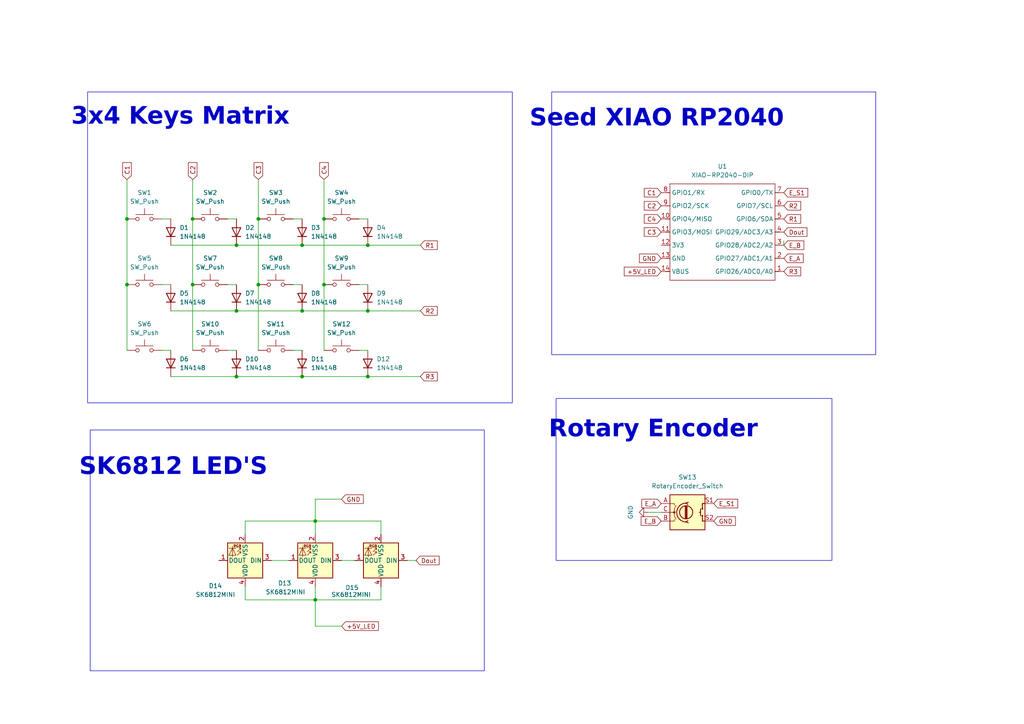
<source format=kicad_sch>
(kicad_sch
	(version 20250114)
	(generator "eeschema")
	(generator_version "9.0")
	(uuid "93817e3b-18d1-41e8-8647-4f497ef62e8a")
	(paper "A4")
	(lib_symbols
		(symbol "Device:RotaryEncoder_Switch"
			(pin_names
				(offset 0.254)
				(hide yes)
			)
			(exclude_from_sim no)
			(in_bom yes)
			(on_board yes)
			(property "Reference" "SW"
				(at 0 6.604 0)
				(effects
					(font
						(size 1.27 1.27)
					)
				)
			)
			(property "Value" "RotaryEncoder_Switch"
				(at 0 -6.604 0)
				(effects
					(font
						(size 1.27 1.27)
					)
				)
			)
			(property "Footprint" ""
				(at -3.81 4.064 0)
				(effects
					(font
						(size 1.27 1.27)
					)
					(hide yes)
				)
			)
			(property "Datasheet" "~"
				(at 0 6.604 0)
				(effects
					(font
						(size 1.27 1.27)
					)
					(hide yes)
				)
			)
			(property "Description" "Rotary encoder, dual channel, incremental quadrate outputs, with switch"
				(at 0 0 0)
				(effects
					(font
						(size 1.27 1.27)
					)
					(hide yes)
				)
			)
			(property "ki_keywords" "rotary switch encoder switch push button"
				(at 0 0 0)
				(effects
					(font
						(size 1.27 1.27)
					)
					(hide yes)
				)
			)
			(property "ki_fp_filters" "RotaryEncoder*Switch*"
				(at 0 0 0)
				(effects
					(font
						(size 1.27 1.27)
					)
					(hide yes)
				)
			)
			(symbol "RotaryEncoder_Switch_0_1"
				(rectangle
					(start -5.08 5.08)
					(end 5.08 -5.08)
					(stroke
						(width 0.254)
						(type default)
					)
					(fill
						(type background)
					)
				)
				(polyline
					(pts
						(xy -5.08 2.54) (xy -3.81 2.54) (xy -3.81 2.032)
					)
					(stroke
						(width 0)
						(type default)
					)
					(fill
						(type none)
					)
				)
				(polyline
					(pts
						(xy -5.08 0) (xy -3.81 0) (xy -3.81 -1.016) (xy -3.302 -2.032)
					)
					(stroke
						(width 0)
						(type default)
					)
					(fill
						(type none)
					)
				)
				(polyline
					(pts
						(xy -5.08 -2.54) (xy -3.81 -2.54) (xy -3.81 -2.032)
					)
					(stroke
						(width 0)
						(type default)
					)
					(fill
						(type none)
					)
				)
				(polyline
					(pts
						(xy -4.318 0) (xy -3.81 0) (xy -3.81 1.016) (xy -3.302 2.032)
					)
					(stroke
						(width 0)
						(type default)
					)
					(fill
						(type none)
					)
				)
				(circle
					(center -3.81 0)
					(radius 0.254)
					(stroke
						(width 0)
						(type default)
					)
					(fill
						(type outline)
					)
				)
				(polyline
					(pts
						(xy -0.635 -1.778) (xy -0.635 1.778)
					)
					(stroke
						(width 0.254)
						(type default)
					)
					(fill
						(type none)
					)
				)
				(circle
					(center -0.381 0)
					(radius 1.905)
					(stroke
						(width 0.254)
						(type default)
					)
					(fill
						(type none)
					)
				)
				(polyline
					(pts
						(xy -0.381 -1.778) (xy -0.381 1.778)
					)
					(stroke
						(width 0.254)
						(type default)
					)
					(fill
						(type none)
					)
				)
				(arc
					(start -0.381 -2.794)
					(mid -3.0988 -0.0635)
					(end -0.381 2.667)
					(stroke
						(width 0.254)
						(type default)
					)
					(fill
						(type none)
					)
				)
				(polyline
					(pts
						(xy -0.127 1.778) (xy -0.127 -1.778)
					)
					(stroke
						(width 0.254)
						(type default)
					)
					(fill
						(type none)
					)
				)
				(polyline
					(pts
						(xy 0.254 2.921) (xy -0.508 2.667) (xy 0.127 2.286)
					)
					(stroke
						(width 0.254)
						(type default)
					)
					(fill
						(type none)
					)
				)
				(polyline
					(pts
						(xy 0.254 -3.048) (xy -0.508 -2.794) (xy 0.127 -2.413)
					)
					(stroke
						(width 0.254)
						(type default)
					)
					(fill
						(type none)
					)
				)
				(polyline
					(pts
						(xy 3.81 1.016) (xy 3.81 -1.016)
					)
					(stroke
						(width 0.254)
						(type default)
					)
					(fill
						(type none)
					)
				)
				(polyline
					(pts
						(xy 3.81 0) (xy 3.429 0)
					)
					(stroke
						(width 0.254)
						(type default)
					)
					(fill
						(type none)
					)
				)
				(circle
					(center 4.318 1.016)
					(radius 0.127)
					(stroke
						(width 0.254)
						(type default)
					)
					(fill
						(type none)
					)
				)
				(circle
					(center 4.318 -1.016)
					(radius 0.127)
					(stroke
						(width 0.254)
						(type default)
					)
					(fill
						(type none)
					)
				)
				(polyline
					(pts
						(xy 5.08 2.54) (xy 4.318 2.54) (xy 4.318 1.016)
					)
					(stroke
						(width 0.254)
						(type default)
					)
					(fill
						(type none)
					)
				)
				(polyline
					(pts
						(xy 5.08 -2.54) (xy 4.318 -2.54) (xy 4.318 -1.016)
					)
					(stroke
						(width 0.254)
						(type default)
					)
					(fill
						(type none)
					)
				)
			)
			(symbol "RotaryEncoder_Switch_1_1"
				(pin passive line
					(at -7.62 2.54 0)
					(length 2.54)
					(name "A"
						(effects
							(font
								(size 1.27 1.27)
							)
						)
					)
					(number "A"
						(effects
							(font
								(size 1.27 1.27)
							)
						)
					)
				)
				(pin passive line
					(at -7.62 0 0)
					(length 2.54)
					(name "C"
						(effects
							(font
								(size 1.27 1.27)
							)
						)
					)
					(number "C"
						(effects
							(font
								(size 1.27 1.27)
							)
						)
					)
				)
				(pin passive line
					(at -7.62 -2.54 0)
					(length 2.54)
					(name "B"
						(effects
							(font
								(size 1.27 1.27)
							)
						)
					)
					(number "B"
						(effects
							(font
								(size 1.27 1.27)
							)
						)
					)
				)
				(pin passive line
					(at 7.62 2.54 180)
					(length 2.54)
					(name "S1"
						(effects
							(font
								(size 1.27 1.27)
							)
						)
					)
					(number "S1"
						(effects
							(font
								(size 1.27 1.27)
							)
						)
					)
				)
				(pin passive line
					(at 7.62 -2.54 180)
					(length 2.54)
					(name "S2"
						(effects
							(font
								(size 1.27 1.27)
							)
						)
					)
					(number "S2"
						(effects
							(font
								(size 1.27 1.27)
							)
						)
					)
				)
			)
			(embedded_fonts no)
		)
		(symbol "Diode:1N4148"
			(pin_numbers
				(hide yes)
			)
			(pin_names
				(hide yes)
			)
			(exclude_from_sim no)
			(in_bom yes)
			(on_board yes)
			(property "Reference" "D"
				(at 0 2.54 0)
				(effects
					(font
						(size 1.27 1.27)
					)
				)
			)
			(property "Value" "1N4148"
				(at 0 -2.54 0)
				(effects
					(font
						(size 1.27 1.27)
					)
				)
			)
			(property "Footprint" "Diode_THT:D_DO-35_SOD27_P7.62mm_Horizontal"
				(at 0 0 0)
				(effects
					(font
						(size 1.27 1.27)
					)
					(hide yes)
				)
			)
			(property "Datasheet" "https://assets.nexperia.com/documents/data-sheet/1N4148_1N4448.pdf"
				(at 0 0 0)
				(effects
					(font
						(size 1.27 1.27)
					)
					(hide yes)
				)
			)
			(property "Description" "100V 0.15A standard switching diode, DO-35"
				(at 0 0 0)
				(effects
					(font
						(size 1.27 1.27)
					)
					(hide yes)
				)
			)
			(property "Sim.Device" "D"
				(at 0 0 0)
				(effects
					(font
						(size 1.27 1.27)
					)
					(hide yes)
				)
			)
			(property "Sim.Pins" "1=K 2=A"
				(at 0 0 0)
				(effects
					(font
						(size 1.27 1.27)
					)
					(hide yes)
				)
			)
			(property "ki_keywords" "diode"
				(at 0 0 0)
				(effects
					(font
						(size 1.27 1.27)
					)
					(hide yes)
				)
			)
			(property "ki_fp_filters" "D*DO?35*"
				(at 0 0 0)
				(effects
					(font
						(size 1.27 1.27)
					)
					(hide yes)
				)
			)
			(symbol "1N4148_0_1"
				(polyline
					(pts
						(xy -1.27 1.27) (xy -1.27 -1.27)
					)
					(stroke
						(width 0.254)
						(type default)
					)
					(fill
						(type none)
					)
				)
				(polyline
					(pts
						(xy 1.27 1.27) (xy 1.27 -1.27) (xy -1.27 0) (xy 1.27 1.27)
					)
					(stroke
						(width 0.254)
						(type default)
					)
					(fill
						(type none)
					)
				)
				(polyline
					(pts
						(xy 1.27 0) (xy -1.27 0)
					)
					(stroke
						(width 0)
						(type default)
					)
					(fill
						(type none)
					)
				)
			)
			(symbol "1N4148_1_1"
				(pin passive line
					(at -3.81 0 0)
					(length 2.54)
					(name "K"
						(effects
							(font
								(size 1.27 1.27)
							)
						)
					)
					(number "1"
						(effects
							(font
								(size 1.27 1.27)
							)
						)
					)
				)
				(pin passive line
					(at 3.81 0 180)
					(length 2.54)
					(name "A"
						(effects
							(font
								(size 1.27 1.27)
							)
						)
					)
					(number "2"
						(effects
							(font
								(size 1.27 1.27)
							)
						)
					)
				)
			)
			(embedded_fonts no)
		)
		(symbol "LED:SK6812MINI"
			(pin_names
				(offset 0.254)
			)
			(exclude_from_sim no)
			(in_bom yes)
			(on_board yes)
			(property "Reference" "D"
				(at 5.08 5.715 0)
				(effects
					(font
						(size 1.27 1.27)
					)
					(justify right bottom)
				)
			)
			(property "Value" "SK6812MINI"
				(at 1.27 -5.715 0)
				(effects
					(font
						(size 1.27 1.27)
					)
					(justify left top)
				)
			)
			(property "Footprint" "LED_SMD:LED_SK6812MINI_PLCC4_3.5x3.5mm_P1.75mm"
				(at 1.27 -7.62 0)
				(effects
					(font
						(size 1.27 1.27)
					)
					(justify left top)
					(hide yes)
				)
			)
			(property "Datasheet" "https://cdn-shop.adafruit.com/product-files/2686/SK6812MINI_REV.01-1-2.pdf"
				(at 2.54 -9.525 0)
				(effects
					(font
						(size 1.27 1.27)
					)
					(justify left top)
					(hide yes)
				)
			)
			(property "Description" "RGB LED with integrated controller"
				(at 0 0 0)
				(effects
					(font
						(size 1.27 1.27)
					)
					(hide yes)
				)
			)
			(property "ki_keywords" "RGB LED NeoPixel Mini addressable"
				(at 0 0 0)
				(effects
					(font
						(size 1.27 1.27)
					)
					(hide yes)
				)
			)
			(property "ki_fp_filters" "LED*SK6812MINI*PLCC*3.5x3.5mm*P1.75mm*"
				(at 0 0 0)
				(effects
					(font
						(size 1.27 1.27)
					)
					(hide yes)
				)
			)
			(symbol "SK6812MINI_0_0"
				(text "RGB"
					(at 2.286 -4.191 0)
					(effects
						(font
							(size 0.762 0.762)
						)
					)
				)
			)
			(symbol "SK6812MINI_0_1"
				(polyline
					(pts
						(xy 1.27 -2.54) (xy 1.778 -2.54)
					)
					(stroke
						(width 0)
						(type default)
					)
					(fill
						(type none)
					)
				)
				(polyline
					(pts
						(xy 1.27 -3.556) (xy 1.778 -3.556)
					)
					(stroke
						(width 0)
						(type default)
					)
					(fill
						(type none)
					)
				)
				(polyline
					(pts
						(xy 2.286 -1.524) (xy 1.27 -2.54) (xy 1.27 -2.032)
					)
					(stroke
						(width 0)
						(type default)
					)
					(fill
						(type none)
					)
				)
				(polyline
					(pts
						(xy 2.286 -2.54) (xy 1.27 -3.556) (xy 1.27 -3.048)
					)
					(stroke
						(width 0)
						(type default)
					)
					(fill
						(type none)
					)
				)
				(polyline
					(pts
						(xy 3.683 -1.016) (xy 3.683 -3.556) (xy 3.683 -4.064)
					)
					(stroke
						(width 0)
						(type default)
					)
					(fill
						(type none)
					)
				)
				(polyline
					(pts
						(xy 4.699 -1.524) (xy 2.667 -1.524) (xy 3.683 -3.556) (xy 4.699 -1.524)
					)
					(stroke
						(width 0)
						(type default)
					)
					(fill
						(type none)
					)
				)
				(polyline
					(pts
						(xy 4.699 -3.556) (xy 2.667 -3.556)
					)
					(stroke
						(width 0)
						(type default)
					)
					(fill
						(type none)
					)
				)
				(rectangle
					(start 5.08 5.08)
					(end -5.08 -5.08)
					(stroke
						(width 0.254)
						(type default)
					)
					(fill
						(type background)
					)
				)
			)
			(symbol "SK6812MINI_1_1"
				(pin input line
					(at -7.62 0 0)
					(length 2.54)
					(name "DIN"
						(effects
							(font
								(size 1.27 1.27)
							)
						)
					)
					(number "3"
						(effects
							(font
								(size 1.27 1.27)
							)
						)
					)
				)
				(pin power_in line
					(at 0 7.62 270)
					(length 2.54)
					(name "VDD"
						(effects
							(font
								(size 1.27 1.27)
							)
						)
					)
					(number "4"
						(effects
							(font
								(size 1.27 1.27)
							)
						)
					)
				)
				(pin power_in line
					(at 0 -7.62 90)
					(length 2.54)
					(name "VSS"
						(effects
							(font
								(size 1.27 1.27)
							)
						)
					)
					(number "2"
						(effects
							(font
								(size 1.27 1.27)
							)
						)
					)
				)
				(pin output line
					(at 7.62 0 180)
					(length 2.54)
					(name "DOUT"
						(effects
							(font
								(size 1.27 1.27)
							)
						)
					)
					(number "1"
						(effects
							(font
								(size 1.27 1.27)
							)
						)
					)
				)
			)
			(embedded_fonts no)
		)
		(symbol "Seeed_Studio_XIAO_Series:XIAO-RP2040-DIP"
			(exclude_from_sim no)
			(in_bom yes)
			(on_board yes)
			(property "Reference" "U"
				(at 0 0 0)
				(effects
					(font
						(size 1.27 1.27)
					)
				)
			)
			(property "Value" "XIAO-RP2040-DIP"
				(at 5.334 -1.778 0)
				(effects
					(font
						(size 1.27 1.27)
					)
				)
			)
			(property "Footprint" "Module:MOUDLE14P-XIAO-DIP-SMD"
				(at 14.478 -32.258 0)
				(effects
					(font
						(size 1.27 1.27)
					)
					(hide yes)
				)
			)
			(property "Datasheet" ""
				(at 0 0 0)
				(effects
					(font
						(size 1.27 1.27)
					)
					(hide yes)
				)
			)
			(property "Description" ""
				(at 0 0 0)
				(effects
					(font
						(size 1.27 1.27)
					)
					(hide yes)
				)
			)
			(symbol "XIAO-RP2040-DIP_1_0"
				(polyline
					(pts
						(xy -1.27 -2.54) (xy 29.21 -2.54)
					)
					(stroke
						(width 0.1524)
						(type solid)
					)
					(fill
						(type none)
					)
				)
				(polyline
					(pts
						(xy -1.27 -5.08) (xy -2.54 -5.08)
					)
					(stroke
						(width 0.1524)
						(type solid)
					)
					(fill
						(type none)
					)
				)
				(polyline
					(pts
						(xy -1.27 -5.08) (xy -1.27 -2.54)
					)
					(stroke
						(width 0.1524)
						(type solid)
					)
					(fill
						(type none)
					)
				)
				(polyline
					(pts
						(xy -1.27 -8.89) (xy -2.54 -8.89)
					)
					(stroke
						(width 0.1524)
						(type solid)
					)
					(fill
						(type none)
					)
				)
				(polyline
					(pts
						(xy -1.27 -8.89) (xy -1.27 -5.08)
					)
					(stroke
						(width 0.1524)
						(type solid)
					)
					(fill
						(type none)
					)
				)
				(polyline
					(pts
						(xy -1.27 -12.7) (xy -2.54 -12.7)
					)
					(stroke
						(width 0.1524)
						(type solid)
					)
					(fill
						(type none)
					)
				)
				(polyline
					(pts
						(xy -1.27 -12.7) (xy -1.27 -8.89)
					)
					(stroke
						(width 0.1524)
						(type solid)
					)
					(fill
						(type none)
					)
				)
				(polyline
					(pts
						(xy -1.27 -16.51) (xy -2.54 -16.51)
					)
					(stroke
						(width 0.1524)
						(type solid)
					)
					(fill
						(type none)
					)
				)
				(polyline
					(pts
						(xy -1.27 -16.51) (xy -1.27 -12.7)
					)
					(stroke
						(width 0.1524)
						(type solid)
					)
					(fill
						(type none)
					)
				)
				(polyline
					(pts
						(xy -1.27 -20.32) (xy -2.54 -20.32)
					)
					(stroke
						(width 0.1524)
						(type solid)
					)
					(fill
						(type none)
					)
				)
				(polyline
					(pts
						(xy -1.27 -24.13) (xy -2.54 -24.13)
					)
					(stroke
						(width 0.1524)
						(type solid)
					)
					(fill
						(type none)
					)
				)
				(polyline
					(pts
						(xy -1.27 -27.94) (xy -2.54 -27.94)
					)
					(stroke
						(width 0.1524)
						(type solid)
					)
					(fill
						(type none)
					)
				)
				(polyline
					(pts
						(xy -1.27 -30.48) (xy -1.27 -16.51)
					)
					(stroke
						(width 0.1524)
						(type solid)
					)
					(fill
						(type none)
					)
				)
				(polyline
					(pts
						(xy 29.21 -2.54) (xy 29.21 -5.08)
					)
					(stroke
						(width 0.1524)
						(type solid)
					)
					(fill
						(type none)
					)
				)
				(polyline
					(pts
						(xy 29.21 -5.08) (xy 29.21 -8.89)
					)
					(stroke
						(width 0.1524)
						(type solid)
					)
					(fill
						(type none)
					)
				)
				(polyline
					(pts
						(xy 29.21 -8.89) (xy 29.21 -12.7)
					)
					(stroke
						(width 0.1524)
						(type solid)
					)
					(fill
						(type none)
					)
				)
				(polyline
					(pts
						(xy 29.21 -12.7) (xy 29.21 -30.48)
					)
					(stroke
						(width 0.1524)
						(type solid)
					)
					(fill
						(type none)
					)
				)
				(polyline
					(pts
						(xy 29.21 -30.48) (xy -1.27 -30.48)
					)
					(stroke
						(width 0.1524)
						(type solid)
					)
					(fill
						(type none)
					)
				)
				(polyline
					(pts
						(xy 30.48 -5.08) (xy 29.21 -5.08)
					)
					(stroke
						(width 0.1524)
						(type solid)
					)
					(fill
						(type none)
					)
				)
				(polyline
					(pts
						(xy 30.48 -8.89) (xy 29.21 -8.89)
					)
					(stroke
						(width 0.1524)
						(type solid)
					)
					(fill
						(type none)
					)
				)
				(polyline
					(pts
						(xy 30.48 -12.7) (xy 29.21 -12.7)
					)
					(stroke
						(width 0.1524)
						(type solid)
					)
					(fill
						(type none)
					)
				)
				(polyline
					(pts
						(xy 30.48 -16.51) (xy 29.21 -16.51)
					)
					(stroke
						(width 0.1524)
						(type solid)
					)
					(fill
						(type none)
					)
				)
				(polyline
					(pts
						(xy 30.48 -20.32) (xy 29.21 -20.32)
					)
					(stroke
						(width 0.1524)
						(type solid)
					)
					(fill
						(type none)
					)
				)
				(polyline
					(pts
						(xy 30.48 -24.13) (xy 29.21 -24.13)
					)
					(stroke
						(width 0.1524)
						(type solid)
					)
					(fill
						(type none)
					)
				)
				(polyline
					(pts
						(xy 30.48 -27.94) (xy 29.21 -27.94)
					)
					(stroke
						(width 0.1524)
						(type solid)
					)
					(fill
						(type none)
					)
				)
				(pin passive line
					(at -3.81 -5.08 0)
					(length 2.54)
					(name "GPIO26/ADC0/A0"
						(effects
							(font
								(size 1.27 1.27)
							)
						)
					)
					(number "1"
						(effects
							(font
								(size 1.27 1.27)
							)
						)
					)
				)
				(pin passive line
					(at -3.81 -8.89 0)
					(length 2.54)
					(name "GPIO27/ADC1/A1"
						(effects
							(font
								(size 1.27 1.27)
							)
						)
					)
					(number "2"
						(effects
							(font
								(size 1.27 1.27)
							)
						)
					)
				)
				(pin passive line
					(at -3.81 -12.7 0)
					(length 2.54)
					(name "GPIO28/ADC2/A2"
						(effects
							(font
								(size 1.27 1.27)
							)
						)
					)
					(number "3"
						(effects
							(font
								(size 1.27 1.27)
							)
						)
					)
				)
				(pin passive line
					(at -3.81 -16.51 0)
					(length 2.54)
					(name "GPIO29/ADC3/A3"
						(effects
							(font
								(size 1.27 1.27)
							)
						)
					)
					(number "4"
						(effects
							(font
								(size 1.27 1.27)
							)
						)
					)
				)
				(pin passive line
					(at -3.81 -20.32 0)
					(length 2.54)
					(name "GPIO6/SDA"
						(effects
							(font
								(size 1.27 1.27)
							)
						)
					)
					(number "5"
						(effects
							(font
								(size 1.27 1.27)
							)
						)
					)
				)
				(pin passive line
					(at -3.81 -24.13 0)
					(length 2.54)
					(name "GPIO7/SCL"
						(effects
							(font
								(size 1.27 1.27)
							)
						)
					)
					(number "6"
						(effects
							(font
								(size 1.27 1.27)
							)
						)
					)
				)
				(pin passive line
					(at -3.81 -27.94 0)
					(length 2.54)
					(name "GPIO0/TX"
						(effects
							(font
								(size 1.27 1.27)
							)
						)
					)
					(number "7"
						(effects
							(font
								(size 1.27 1.27)
							)
						)
					)
				)
				(pin passive line
					(at 31.75 -5.08 180)
					(length 2.54)
					(name "VBUS"
						(effects
							(font
								(size 1.27 1.27)
							)
						)
					)
					(number "14"
						(effects
							(font
								(size 1.27 1.27)
							)
						)
					)
				)
				(pin passive line
					(at 31.75 -8.89 180)
					(length 2.54)
					(name "GND"
						(effects
							(font
								(size 1.27 1.27)
							)
						)
					)
					(number "13"
						(effects
							(font
								(size 1.27 1.27)
							)
						)
					)
				)
				(pin passive line
					(at 31.75 -12.7 180)
					(length 2.54)
					(name "3V3"
						(effects
							(font
								(size 1.27 1.27)
							)
						)
					)
					(number "12"
						(effects
							(font
								(size 1.27 1.27)
							)
						)
					)
				)
				(pin passive line
					(at 31.75 -16.51 180)
					(length 2.54)
					(name "GPIO3/MOSI"
						(effects
							(font
								(size 1.27 1.27)
							)
						)
					)
					(number "11"
						(effects
							(font
								(size 1.27 1.27)
							)
						)
					)
				)
				(pin passive line
					(at 31.75 -20.32 180)
					(length 2.54)
					(name "GPIO4/MISO"
						(effects
							(font
								(size 1.27 1.27)
							)
						)
					)
					(number "10"
						(effects
							(font
								(size 1.27 1.27)
							)
						)
					)
				)
				(pin passive line
					(at 31.75 -24.13 180)
					(length 2.54)
					(name "GPIO2/SCK"
						(effects
							(font
								(size 1.27 1.27)
							)
						)
					)
					(number "9"
						(effects
							(font
								(size 1.27 1.27)
							)
						)
					)
				)
				(pin passive line
					(at 31.75 -27.94 180)
					(length 2.54)
					(name "GPIO1/RX"
						(effects
							(font
								(size 1.27 1.27)
							)
						)
					)
					(number "8"
						(effects
							(font
								(size 1.27 1.27)
							)
						)
					)
				)
			)
			(embedded_fonts no)
		)
		(symbol "Switch:SW_Push"
			(pin_numbers
				(hide yes)
			)
			(pin_names
				(offset 1.016)
				(hide yes)
			)
			(exclude_from_sim no)
			(in_bom yes)
			(on_board yes)
			(property "Reference" "SW"
				(at 1.27 2.54 0)
				(effects
					(font
						(size 1.27 1.27)
					)
					(justify left)
				)
			)
			(property "Value" "SW_Push"
				(at 0 -1.524 0)
				(effects
					(font
						(size 1.27 1.27)
					)
				)
			)
			(property "Footprint" ""
				(at 0 5.08 0)
				(effects
					(font
						(size 1.27 1.27)
					)
					(hide yes)
				)
			)
			(property "Datasheet" "~"
				(at 0 5.08 0)
				(effects
					(font
						(size 1.27 1.27)
					)
					(hide yes)
				)
			)
			(property "Description" "Push button switch, generic, two pins"
				(at 0 0 0)
				(effects
					(font
						(size 1.27 1.27)
					)
					(hide yes)
				)
			)
			(property "ki_keywords" "switch normally-open pushbutton push-button"
				(at 0 0 0)
				(effects
					(font
						(size 1.27 1.27)
					)
					(hide yes)
				)
			)
			(symbol "SW_Push_0_1"
				(circle
					(center -2.032 0)
					(radius 0.508)
					(stroke
						(width 0)
						(type default)
					)
					(fill
						(type none)
					)
				)
				(polyline
					(pts
						(xy 0 1.27) (xy 0 3.048)
					)
					(stroke
						(width 0)
						(type default)
					)
					(fill
						(type none)
					)
				)
				(circle
					(center 2.032 0)
					(radius 0.508)
					(stroke
						(width 0)
						(type default)
					)
					(fill
						(type none)
					)
				)
				(polyline
					(pts
						(xy 2.54 1.27) (xy -2.54 1.27)
					)
					(stroke
						(width 0)
						(type default)
					)
					(fill
						(type none)
					)
				)
				(pin passive line
					(at -5.08 0 0)
					(length 2.54)
					(name "1"
						(effects
							(font
								(size 1.27 1.27)
							)
						)
					)
					(number "1"
						(effects
							(font
								(size 1.27 1.27)
							)
						)
					)
				)
				(pin passive line
					(at 5.08 0 180)
					(length 2.54)
					(name "2"
						(effects
							(font
								(size 1.27 1.27)
							)
						)
					)
					(number "2"
						(effects
							(font
								(size 1.27 1.27)
							)
						)
					)
				)
			)
			(embedded_fonts no)
		)
		(symbol "power:GND"
			(power)
			(pin_numbers
				(hide yes)
			)
			(pin_names
				(offset 0)
				(hide yes)
			)
			(exclude_from_sim no)
			(in_bom yes)
			(on_board yes)
			(property "Reference" "#PWR"
				(at 0 -6.35 0)
				(effects
					(font
						(size 1.27 1.27)
					)
					(hide yes)
				)
			)
			(property "Value" "GND"
				(at 0 -3.81 0)
				(effects
					(font
						(size 1.27 1.27)
					)
				)
			)
			(property "Footprint" ""
				(at 0 0 0)
				(effects
					(font
						(size 1.27 1.27)
					)
					(hide yes)
				)
			)
			(property "Datasheet" ""
				(at 0 0 0)
				(effects
					(font
						(size 1.27 1.27)
					)
					(hide yes)
				)
			)
			(property "Description" "Power symbol creates a global label with name \"GND\" , ground"
				(at 0 0 0)
				(effects
					(font
						(size 1.27 1.27)
					)
					(hide yes)
				)
			)
			(property "ki_keywords" "global power"
				(at 0 0 0)
				(effects
					(font
						(size 1.27 1.27)
					)
					(hide yes)
				)
			)
			(symbol "GND_0_1"
				(polyline
					(pts
						(xy 0 0) (xy 0 -1.27) (xy 1.27 -1.27) (xy 0 -2.54) (xy -1.27 -1.27) (xy 0 -1.27)
					)
					(stroke
						(width 0)
						(type default)
					)
					(fill
						(type none)
					)
				)
			)
			(symbol "GND_1_1"
				(pin power_in line
					(at 0 0 270)
					(length 0)
					(name "~"
						(effects
							(font
								(size 1.27 1.27)
							)
						)
					)
					(number "1"
						(effects
							(font
								(size 1.27 1.27)
							)
						)
					)
				)
			)
			(embedded_fonts no)
		)
	)
	(rectangle
		(start 26.162 124.714)
		(end 140.462 194.564)
		(stroke
			(width 0)
			(type default)
		)
		(fill
			(type none)
		)
		(uuid 1ae01a99-485d-4dba-ba6f-7922d5912d8f)
	)
	(rectangle
		(start 161.29 115.57)
		(end 241.3 162.56)
		(stroke
			(width 0)
			(type default)
		)
		(fill
			(type none)
		)
		(uuid 2c127d65-6136-4d58-8df1-5a5f8022b1ef)
	)
	(rectangle
		(start 160.02 26.67)
		(end 254 102.87)
		(stroke
			(width 0)
			(type default)
		)
		(fill
			(type none)
		)
		(uuid 364bd62d-e3ce-4585-87cf-7e2ca5ff75af)
	)
	(rectangle
		(start 25.4 26.67)
		(end 148.59 116.84)
		(stroke
			(width 0)
			(type default)
		)
		(fill
			(type none)
		)
		(uuid 39ad4399-3325-4b74-af41-de15af7d5b31)
	)
	(text "Seed XIAO RP2040"
		(exclude_from_sim no)
		(at 190.5 35.814 0)
		(effects
			(font
				(face "Calibri")
				(size 5 5)
				(thickness 0.254)
				(bold yes)
			)
		)
		(uuid "5bb0b880-41b2-462b-b9a0-3411d05deb0c")
	)
	(text "3x4 Keys Matrix"
		(exclude_from_sim no)
		(at 52.324 35.306 0)
		(effects
			(font
				(face "Calibri")
				(size 5 5)
				(thickness 0.254)
				(bold yes)
			)
		)
		(uuid "60596b16-7bea-47c5-91a2-0b1f7ee90c85")
	)
	(text "SK6812 LED'S"
		(exclude_from_sim no)
		(at 50.292 136.906 0)
		(effects
			(font
				(face "Calibri")
				(size 5 5)
				(thickness 0.254)
				(bold yes)
			)
		)
		(uuid "66994971-8831-4250-b8d0-e457e5f4e469")
	)
	(text "Rotary Encoder"
		(exclude_from_sim no)
		(at 189.484 125.984 0)
		(effects
			(font
				(face "Calibri")
				(size 5 5)
				(thickness 0.254)
				(bold yes)
			)
		)
		(uuid "8bc8114f-fbb6-4d06-9901-149360680a50")
	)
	(junction
		(at 74.93 82.55)
		(diameter 0)
		(color 0 0 0 0)
		(uuid "05b278aa-ffa6-473d-a03b-b1ab9476f1fe")
	)
	(junction
		(at 68.58 90.17)
		(diameter 0)
		(color 0 0 0 0)
		(uuid "149191ef-86dd-4f34-b5bd-5c07bd940eb6")
	)
	(junction
		(at 55.88 82.55)
		(diameter 0)
		(color 0 0 0 0)
		(uuid "1a4d5cc8-0706-4e9e-ab75-801f25ed8a02")
	)
	(junction
		(at 93.98 63.5)
		(diameter 0)
		(color 0 0 0 0)
		(uuid "1b5d9f8b-3936-40eb-b44d-d8c61fd2f766")
	)
	(junction
		(at 36.83 82.55)
		(diameter 0)
		(color 0 0 0 0)
		(uuid "1bf6b7ea-865d-4a2e-96a9-4d52a21e4548")
	)
	(junction
		(at 87.63 71.12)
		(diameter 0)
		(color 0 0 0 0)
		(uuid "42ee6b7e-5865-4363-9f26-87f5170d6cfb")
	)
	(junction
		(at 106.68 109.22)
		(diameter 0)
		(color 0 0 0 0)
		(uuid "5fb889d4-feb5-470e-9b05-d6024c708478")
	)
	(junction
		(at 91.44 151.13)
		(diameter 0)
		(color 0 0 0 0)
		(uuid "641a8e36-90c0-4922-bf64-18debd7c30da")
	)
	(junction
		(at 55.88 63.5)
		(diameter 0)
		(color 0 0 0 0)
		(uuid "798a8d56-7733-4550-ab4b-dd83d4955c4c")
	)
	(junction
		(at 91.44 173.99)
		(diameter 0)
		(color 0 0 0 0)
		(uuid "896355cc-e6fd-487c-b96d-4dd9f41fcb6f")
	)
	(junction
		(at 93.98 82.55)
		(diameter 0)
		(color 0 0 0 0)
		(uuid "9e8faaa5-0ae6-4e27-ab10-e595a191291f")
	)
	(junction
		(at 74.93 63.5)
		(diameter 0)
		(color 0 0 0 0)
		(uuid "a3b6a368-768c-4b05-bb50-91b0940b5a60")
	)
	(junction
		(at 106.68 90.17)
		(diameter 0)
		(color 0 0 0 0)
		(uuid "c3bc0740-7050-4028-9e51-83a07563228f")
	)
	(junction
		(at 87.63 90.17)
		(diameter 0)
		(color 0 0 0 0)
		(uuid "cbaeaac9-b191-431c-b387-bc3617061895")
	)
	(junction
		(at 106.68 71.12)
		(diameter 0)
		(color 0 0 0 0)
		(uuid "d9e293c9-c977-4cfb-88fc-fee20132e1ac")
	)
	(junction
		(at 87.63 109.22)
		(diameter 0)
		(color 0 0 0 0)
		(uuid "e3a6a708-3d1e-47b4-a07b-0b81916dcbf1")
	)
	(junction
		(at 68.58 109.22)
		(diameter 0)
		(color 0 0 0 0)
		(uuid "e75e15a9-0951-49bf-8d3f-a775ec688dd6")
	)
	(junction
		(at 68.58 71.12)
		(diameter 0)
		(color 0 0 0 0)
		(uuid "ea207648-4be7-4bd6-a211-a805a1049f43")
	)
	(junction
		(at 36.83 63.5)
		(diameter 0)
		(color 0 0 0 0)
		(uuid "f725ae30-9a41-4143-b507-3ee310e15c66")
	)
	(wire
		(pts
			(xy 46.99 63.5) (xy 49.53 63.5)
		)
		(stroke
			(width 0)
			(type default)
		)
		(uuid "003e61f3-1422-40fb-8139-671e1b530916")
	)
	(wire
		(pts
			(xy 91.44 151.13) (xy 91.44 154.94)
		)
		(stroke
			(width 0)
			(type default)
		)
		(uuid "02bf44d0-d6d4-4d2c-a1ad-5b1ded745639")
	)
	(wire
		(pts
			(xy 71.12 151.13) (xy 91.44 151.13)
		)
		(stroke
			(width 0)
			(type default)
		)
		(uuid "045707a0-3852-42f0-92d8-3e2255b5560a")
	)
	(wire
		(pts
			(xy 106.68 71.12) (xy 121.92 71.12)
		)
		(stroke
			(width 0)
			(type default)
		)
		(uuid "0d828c9e-fee6-4938-bc10-32ecd6c08fa3")
	)
	(wire
		(pts
			(xy 49.53 71.12) (xy 68.58 71.12)
		)
		(stroke
			(width 0)
			(type default)
		)
		(uuid "107e071a-0146-4406-8ca8-6ce46063de2e")
	)
	(wire
		(pts
			(xy 91.44 173.99) (xy 110.49 173.99)
		)
		(stroke
			(width 0)
			(type default)
		)
		(uuid "14b01a44-0945-4fe5-aa30-130f61623402")
	)
	(wire
		(pts
			(xy 36.83 52.07) (xy 36.83 63.5)
		)
		(stroke
			(width 0)
			(type default)
		)
		(uuid "17172dc0-07f8-4c3f-b1c2-5bc30178a1d2")
	)
	(wire
		(pts
			(xy 187.96 148.59) (xy 191.77 148.59)
		)
		(stroke
			(width 0)
			(type default)
		)
		(uuid "1ac7f765-0db7-4d8e-975c-0d7998a17d56")
	)
	(wire
		(pts
			(xy 91.44 151.13) (xy 91.44 144.78)
		)
		(stroke
			(width 0)
			(type default)
		)
		(uuid "1d41c3c5-eddf-49a4-a42a-a406f79421f0")
	)
	(wire
		(pts
			(xy 106.68 109.22) (xy 121.92 109.22)
		)
		(stroke
			(width 0)
			(type default)
		)
		(uuid "1d7635c0-f084-4b96-81bf-f4fe1c43aea1")
	)
	(wire
		(pts
			(xy 93.98 82.55) (xy 93.98 101.6)
		)
		(stroke
			(width 0)
			(type default)
		)
		(uuid "20093bef-2583-43e3-9e18-fc9c7df5aab5")
	)
	(wire
		(pts
			(xy 87.63 71.12) (xy 106.68 71.12)
		)
		(stroke
			(width 0)
			(type default)
		)
		(uuid "22f2c576-b7e7-455e-82b6-20ce76a4c68a")
	)
	(wire
		(pts
			(xy 71.12 154.94) (xy 71.12 151.13)
		)
		(stroke
			(width 0)
			(type default)
		)
		(uuid "27612aed-5fd1-4eb8-8188-898f645beab0")
	)
	(wire
		(pts
			(xy 85.09 101.6) (xy 87.63 101.6)
		)
		(stroke
			(width 0)
			(type default)
		)
		(uuid "2bf2a22b-c4e3-42cf-b141-a5865290510e")
	)
	(wire
		(pts
			(xy 55.88 63.5) (xy 55.88 82.55)
		)
		(stroke
			(width 0)
			(type default)
		)
		(uuid "2e0f093a-20a4-4606-9a4d-45bdf02a3e6c")
	)
	(wire
		(pts
			(xy 87.63 90.17) (xy 106.68 90.17)
		)
		(stroke
			(width 0)
			(type default)
		)
		(uuid "3023db22-6135-46b3-97ad-eac9d9d79b11")
	)
	(wire
		(pts
			(xy 68.58 109.22) (xy 87.63 109.22)
		)
		(stroke
			(width 0)
			(type default)
		)
		(uuid "314df759-7105-4119-8d84-5576601f1e13")
	)
	(wire
		(pts
			(xy 49.53 109.22) (xy 68.58 109.22)
		)
		(stroke
			(width 0)
			(type default)
		)
		(uuid "4a4940a0-1b66-40d0-ab99-d230ea3d818e")
	)
	(wire
		(pts
			(xy 74.93 52.07) (xy 74.93 63.5)
		)
		(stroke
			(width 0)
			(type default)
		)
		(uuid "582952a7-64b0-44b3-9576-4350c223eb1c")
	)
	(wire
		(pts
			(xy 85.09 63.5) (xy 87.63 63.5)
		)
		(stroke
			(width 0)
			(type default)
		)
		(uuid "60d55b71-cb47-4a04-b772-f434bb989df6")
	)
	(wire
		(pts
			(xy 93.98 52.07) (xy 93.98 63.5)
		)
		(stroke
			(width 0)
			(type default)
		)
		(uuid "650fb834-a830-451c-a5e7-cac002242ec0")
	)
	(wire
		(pts
			(xy 87.63 109.22) (xy 106.68 109.22)
		)
		(stroke
			(width 0)
			(type default)
		)
		(uuid "68ba5660-44f5-4141-b61b-3b7356ba69ef")
	)
	(wire
		(pts
			(xy 71.12 173.99) (xy 91.44 173.99)
		)
		(stroke
			(width 0)
			(type default)
		)
		(uuid "6cfd30f5-6375-43ab-ac3c-9a05a00736e8")
	)
	(wire
		(pts
			(xy 78.74 162.56) (xy 83.82 162.56)
		)
		(stroke
			(width 0)
			(type default)
		)
		(uuid "7c7c8fd8-fbf4-4ce8-8a0a-44ff41e20f26")
	)
	(wire
		(pts
			(xy 74.93 63.5) (xy 74.93 82.55)
		)
		(stroke
			(width 0)
			(type default)
		)
		(uuid "7e0e1a91-d92b-4c58-b02f-4c0b49ee899c")
	)
	(wire
		(pts
			(xy 85.09 82.55) (xy 87.63 82.55)
		)
		(stroke
			(width 0)
			(type default)
		)
		(uuid "814ae98d-042a-4c3b-92f8-e2192398586b")
	)
	(wire
		(pts
			(xy 110.49 151.13) (xy 110.49 154.94)
		)
		(stroke
			(width 0)
			(type default)
		)
		(uuid "827f1b43-4a81-4183-a715-815c53ef95dc")
	)
	(wire
		(pts
			(xy 104.14 82.55) (xy 106.68 82.55)
		)
		(stroke
			(width 0)
			(type default)
		)
		(uuid "9064ddaa-f3ca-48a3-9c3e-1e010f93e3c8")
	)
	(wire
		(pts
			(xy 93.98 63.5) (xy 93.98 82.55)
		)
		(stroke
			(width 0)
			(type default)
		)
		(uuid "985df572-2f7d-4f07-99f3-405dbc07833b")
	)
	(wire
		(pts
			(xy 68.58 90.17) (xy 87.63 90.17)
		)
		(stroke
			(width 0)
			(type default)
		)
		(uuid "a02a95b3-2797-49e7-b77c-1d4d67222c7b")
	)
	(wire
		(pts
			(xy 104.14 101.6) (xy 106.68 101.6)
		)
		(stroke
			(width 0)
			(type default)
		)
		(uuid "a293fbdd-1d9c-46fa-9ecd-e485c59aa080")
	)
	(wire
		(pts
			(xy 106.68 90.17) (xy 121.92 90.17)
		)
		(stroke
			(width 0)
			(type default)
		)
		(uuid "aa4192b2-002f-4fb2-b90e-e7abddf21930")
	)
	(wire
		(pts
			(xy 46.99 82.55) (xy 49.53 82.55)
		)
		(stroke
			(width 0)
			(type default)
		)
		(uuid "abc571a9-3086-4a85-b97c-0868331a6a5c")
	)
	(wire
		(pts
			(xy 91.44 173.99) (xy 91.44 181.61)
		)
		(stroke
			(width 0)
			(type default)
		)
		(uuid "ae26c166-be04-4b07-aa1c-24dfc7ea5e4a")
	)
	(wire
		(pts
			(xy 99.06 162.56) (xy 102.87 162.56)
		)
		(stroke
			(width 0)
			(type default)
		)
		(uuid "b0744fda-a2bd-4e66-874b-b547b78453e2")
	)
	(wire
		(pts
			(xy 91.44 151.13) (xy 110.49 151.13)
		)
		(stroke
			(width 0)
			(type default)
		)
		(uuid "b690fb1c-215a-4ef1-862c-076600cd527c")
	)
	(wire
		(pts
			(xy 36.83 82.55) (xy 36.83 101.6)
		)
		(stroke
			(width 0)
			(type default)
		)
		(uuid "baca031b-4958-4b9f-bcac-be39a18030b0")
	)
	(wire
		(pts
			(xy 71.12 170.18) (xy 71.12 173.99)
		)
		(stroke
			(width 0)
			(type default)
		)
		(uuid "bd53c864-0d20-4e75-9efb-362e31b28481")
	)
	(wire
		(pts
			(xy 104.14 63.5) (xy 106.68 63.5)
		)
		(stroke
			(width 0)
			(type default)
		)
		(uuid "c59b7da2-8d01-4583-ad23-ffe939c768ec")
	)
	(wire
		(pts
			(xy 66.04 101.6) (xy 68.58 101.6)
		)
		(stroke
			(width 0)
			(type default)
		)
		(uuid "c9f305e7-8518-4650-976a-2e78dcc9edd8")
	)
	(wire
		(pts
			(xy 55.88 52.07) (xy 55.88 63.5)
		)
		(stroke
			(width 0)
			(type default)
		)
		(uuid "d2c5287d-cf64-4d30-a438-df9c29e80e7d")
	)
	(wire
		(pts
			(xy 227.33 69.85) (xy 227.33 71.12)
		)
		(stroke
			(width 0)
			(type default)
		)
		(uuid "d2f42423-3010-40c3-96a6-8a1e1e696dbf")
	)
	(wire
		(pts
			(xy 74.93 82.55) (xy 74.93 101.6)
		)
		(stroke
			(width 0)
			(type default)
		)
		(uuid "d4509efb-ba49-4aeb-b2b7-9e1e462d14d6")
	)
	(wire
		(pts
			(xy 46.99 101.6) (xy 49.53 101.6)
		)
		(stroke
			(width 0)
			(type default)
		)
		(uuid "d49c89f9-5efd-4312-81a7-40590121fe2b")
	)
	(wire
		(pts
			(xy 66.04 82.55) (xy 68.58 82.55)
		)
		(stroke
			(width 0)
			(type default)
		)
		(uuid "d75d1fd8-8a3d-49c3-8341-263358c71810")
	)
	(wire
		(pts
			(xy 36.83 63.5) (xy 36.83 82.55)
		)
		(stroke
			(width 0)
			(type default)
		)
		(uuid "db16b276-1626-4de9-8311-6ee248c00c68")
	)
	(wire
		(pts
			(xy 49.53 90.17) (xy 68.58 90.17)
		)
		(stroke
			(width 0)
			(type default)
		)
		(uuid "e3c2ed9d-0b4e-4750-9b28-ea7336c98921")
	)
	(wire
		(pts
			(xy 68.58 71.12) (xy 87.63 71.12)
		)
		(stroke
			(width 0)
			(type default)
		)
		(uuid "ee76f4a1-586d-4c33-93cc-d7c56f89dc95")
	)
	(wire
		(pts
			(xy 66.04 63.5) (xy 68.58 63.5)
		)
		(stroke
			(width 0)
			(type default)
		)
		(uuid "f1f7d542-2a3e-4c49-85df-fb956f432d3d")
	)
	(wire
		(pts
			(xy 110.49 173.99) (xy 110.49 170.18)
		)
		(stroke
			(width 0)
			(type default)
		)
		(uuid "f53029ac-3b8a-4cc4-92fb-0e0eccd9a051")
	)
	(wire
		(pts
			(xy 91.44 181.61) (xy 99.06 181.61)
		)
		(stroke
			(width 0)
			(type default)
		)
		(uuid "f55a4efc-9360-41d7-a14f-7d8221b0be57")
	)
	(wire
		(pts
			(xy 91.44 144.78) (xy 99.06 144.78)
		)
		(stroke
			(width 0)
			(type default)
		)
		(uuid "f7def977-a687-4f04-9e2e-93e54c599559")
	)
	(wire
		(pts
			(xy 118.11 162.56) (xy 120.65 162.56)
		)
		(stroke
			(width 0)
			(type default)
		)
		(uuid "fa17642e-232b-4f75-8454-2f18f1179bed")
	)
	(wire
		(pts
			(xy 55.88 82.55) (xy 55.88 101.6)
		)
		(stroke
			(width 0)
			(type default)
		)
		(uuid "fea1192a-8c4c-45ca-98f8-2f8c97dd82cf")
	)
	(wire
		(pts
			(xy 91.44 173.99) (xy 91.44 170.18)
		)
		(stroke
			(width 0)
			(type default)
		)
		(uuid "ff0634f2-a5a7-4cfa-8d87-305e3453ff4a")
	)
	(global_label "R3"
		(shape input)
		(at 227.33 78.74 0)
		(fields_autoplaced yes)
		(effects
			(font
				(size 1.27 1.27)
			)
			(justify left)
		)
		(uuid "17f9312f-746c-48db-b76b-3c28ad64dc0f")
		(property "Intersheetrefs" "${INTERSHEET_REFS}"
			(at 232.7947 78.74 0)
			(effects
				(font
					(size 1.27 1.27)
				)
				(justify left)
				(hide yes)
			)
		)
	)
	(global_label "R1"
		(shape input)
		(at 121.92 71.12 0)
		(fields_autoplaced yes)
		(effects
			(font
				(size 1.27 1.27)
			)
			(justify left)
		)
		(uuid "18b2651a-2297-4aa6-a359-fc72900d94f1")
		(property "Intersheetrefs" "${INTERSHEET_REFS}"
			(at 127.3847 71.12 0)
			(effects
				(font
					(size 1.27 1.27)
				)
				(justify left)
				(hide yes)
			)
		)
	)
	(global_label "E_A"
		(shape input)
		(at 191.77 146.05 180)
		(fields_autoplaced yes)
		(effects
			(font
				(size 1.27 1.27)
			)
			(justify right)
		)
		(uuid "20699ee4-647f-4789-9e47-e97e0bbdcba8")
		(property "Intersheetrefs" "${INTERSHEET_REFS}"
			(at 185.5796 146.05 0)
			(effects
				(font
					(size 1.27 1.27)
				)
				(justify right)
				(hide yes)
			)
		)
	)
	(global_label "E_B"
		(shape input)
		(at 227.33 71.12 0)
		(fields_autoplaced yes)
		(effects
			(font
				(size 1.27 1.27)
			)
			(justify left)
		)
		(uuid "260c0429-bcf1-4ccf-a6cf-c031ad418669")
		(property "Intersheetrefs" "${INTERSHEET_REFS}"
			(at 233.7018 71.12 0)
			(effects
				(font
					(size 1.27 1.27)
				)
				(justify left)
				(hide yes)
			)
		)
	)
	(global_label "R3"
		(shape input)
		(at 121.92 109.22 0)
		(fields_autoplaced yes)
		(effects
			(font
				(size 1.27 1.27)
			)
			(justify left)
		)
		(uuid "2fa7dfbd-17ca-4f66-af1c-075cf89f2b3d")
		(property "Intersheetrefs" "${INTERSHEET_REFS}"
			(at 127.3847 109.22 0)
			(effects
				(font
					(size 1.27 1.27)
				)
				(justify left)
				(hide yes)
			)
		)
	)
	(global_label "+5V_LED"
		(shape input)
		(at 99.06 181.61 0)
		(fields_autoplaced yes)
		(effects
			(font
				(size 1.27 1.27)
			)
			(justify left)
		)
		(uuid "43a24888-3bd7-4ba0-9a38-380ed80c15ab")
		(property "Intersheetrefs" "${INTERSHEET_REFS}"
			(at 110.3304 181.61 0)
			(effects
				(font
					(size 1.27 1.27)
				)
				(justify left)
				(hide yes)
			)
		)
	)
	(global_label "E_S1"
		(shape input)
		(at 227.33 55.88 0)
		(fields_autoplaced yes)
		(effects
			(font
				(size 1.27 1.27)
			)
			(justify left)
		)
		(uuid "612daab8-6eef-4337-a900-04deb87490f7")
		(property "Intersheetrefs" "${INTERSHEET_REFS}"
			(at 234.8508 55.88 0)
			(effects
				(font
					(size 1.27 1.27)
				)
				(justify left)
				(hide yes)
			)
		)
	)
	(global_label "GND"
		(shape input)
		(at 191.77 74.93 180)
		(fields_autoplaced yes)
		(effects
			(font
				(size 1.27 1.27)
			)
			(justify right)
		)
		(uuid "6a68e635-0426-4f2d-a272-79f76e1df9b8")
		(property "Intersheetrefs" "${INTERSHEET_REFS}"
			(at 184.9143 74.93 0)
			(effects
				(font
					(size 1.27 1.27)
				)
				(justify right)
				(hide yes)
			)
		)
	)
	(global_label "Dout"
		(shape input)
		(at 227.33 67.31 0)
		(fields_autoplaced yes)
		(effects
			(font
				(size 1.27 1.27)
			)
			(justify left)
		)
		(uuid "6ea1cb9e-570d-4392-ac93-25fa2d943ead")
		(property "Intersheetrefs" "${INTERSHEET_REFS}"
			(at 234.6089 67.31 0)
			(effects
				(font
					(size 1.27 1.27)
				)
				(justify left)
				(hide yes)
			)
		)
	)
	(global_label "E_A"
		(shape input)
		(at 227.33 74.93 0)
		(fields_autoplaced yes)
		(effects
			(font
				(size 1.27 1.27)
			)
			(justify left)
		)
		(uuid "745fcc51-d03c-405b-84e3-6650858d6452")
		(property "Intersheetrefs" "${INTERSHEET_REFS}"
			(at 233.5204 74.93 0)
			(effects
				(font
					(size 1.27 1.27)
				)
				(justify left)
				(hide yes)
			)
		)
	)
	(global_label "R2"
		(shape input)
		(at 227.33 59.69 0)
		(fields_autoplaced yes)
		(effects
			(font
				(size 1.27 1.27)
			)
			(justify left)
		)
		(uuid "76763f4c-f813-4a98-9852-837070c7b856")
		(property "Intersheetrefs" "${INTERSHEET_REFS}"
			(at 232.7947 59.69 0)
			(effects
				(font
					(size 1.27 1.27)
				)
				(justify left)
				(hide yes)
			)
		)
	)
	(global_label "+5V_LED"
		(shape input)
		(at 191.77 78.74 180)
		(fields_autoplaced yes)
		(effects
			(font
				(size 1.27 1.27)
			)
			(justify right)
		)
		(uuid "7d9672aa-bf8b-44cc-b8e7-013834c7b3b9")
		(property "Intersheetrefs" "${INTERSHEET_REFS}"
			(at 180.4996 78.74 0)
			(effects
				(font
					(size 1.27 1.27)
				)
				(justify right)
				(hide yes)
			)
		)
	)
	(global_label "C1"
		(shape input)
		(at 36.83 52.07 90)
		(fields_autoplaced yes)
		(effects
			(font
				(size 1.27 1.27)
			)
			(justify left)
		)
		(uuid "80c37905-48dd-4bd6-a0b8-85fc4aab30b8")
		(property "Intersheetrefs" "${INTERSHEET_REFS}"
			(at 36.83 46.6053 90)
			(effects
				(font
					(size 1.27 1.27)
				)
				(justify left)
				(hide yes)
			)
		)
	)
	(global_label "C4"
		(shape input)
		(at 191.77 63.5 180)
		(fields_autoplaced yes)
		(effects
			(font
				(size 1.27 1.27)
			)
			(justify right)
		)
		(uuid "8956053f-6ffe-492b-9e86-2cbb2ed2570d")
		(property "Intersheetrefs" "${INTERSHEET_REFS}"
			(at 186.3053 63.5 0)
			(effects
				(font
					(size 1.27 1.27)
				)
				(justify right)
				(hide yes)
			)
		)
	)
	(global_label "C3"
		(shape input)
		(at 74.93 52.07 90)
		(fields_autoplaced yes)
		(effects
			(font
				(size 1.27 1.27)
			)
			(justify left)
		)
		(uuid "a3065053-d283-4d3f-9edd-c1342222c845")
		(property "Intersheetrefs" "${INTERSHEET_REFS}"
			(at 74.93 46.6053 90)
			(effects
				(font
					(size 1.27 1.27)
				)
				(justify left)
				(hide yes)
			)
		)
	)
	(global_label "GND"
		(shape input)
		(at 99.06 144.78 0)
		(fields_autoplaced yes)
		(effects
			(font
				(size 1.27 1.27)
			)
			(justify left)
		)
		(uuid "a4e4023d-0e16-4fd8-91c4-28d6e921c030")
		(property "Intersheetrefs" "${INTERSHEET_REFS}"
			(at 105.9157 144.78 0)
			(effects
				(font
					(size 1.27 1.27)
				)
				(justify left)
				(hide yes)
			)
		)
	)
	(global_label "C2"
		(shape input)
		(at 55.88 52.07 90)
		(fields_autoplaced yes)
		(effects
			(font
				(size 1.27 1.27)
			)
			(justify left)
		)
		(uuid "a678de8d-d521-4661-9410-69cc56280469")
		(property "Intersheetrefs" "${INTERSHEET_REFS}"
			(at 55.88 46.6053 90)
			(effects
				(font
					(size 1.27 1.27)
				)
				(justify left)
				(hide yes)
			)
		)
	)
	(global_label "C1"
		(shape input)
		(at 191.77 55.88 180)
		(fields_autoplaced yes)
		(effects
			(font
				(size 1.27 1.27)
			)
			(justify right)
		)
		(uuid "bccc9b13-0c86-4430-97a9-2be5510f547c")
		(property "Intersheetrefs" "${INTERSHEET_REFS}"
			(at 186.3053 55.88 0)
			(effects
				(font
					(size 1.27 1.27)
				)
				(justify right)
				(hide yes)
			)
		)
	)
	(global_label "Dout"
		(shape input)
		(at 120.65 162.56 0)
		(fields_autoplaced yes)
		(effects
			(font
				(size 1.27 1.27)
			)
			(justify left)
		)
		(uuid "c6494490-2bbb-4d17-8157-419c6b32d836")
		(property "Intersheetrefs" "${INTERSHEET_REFS}"
			(at 127.9289 162.56 0)
			(effects
				(font
					(size 1.27 1.27)
				)
				(justify left)
				(hide yes)
			)
		)
	)
	(global_label "C3"
		(shape input)
		(at 191.77 67.31 180)
		(fields_autoplaced yes)
		(effects
			(font
				(size 1.27 1.27)
			)
			(justify right)
		)
		(uuid "cd88b4c8-b0f0-48e4-8fde-2ec81c5d5d6c")
		(property "Intersheetrefs" "${INTERSHEET_REFS}"
			(at 186.3053 67.31 0)
			(effects
				(font
					(size 1.27 1.27)
				)
				(justify right)
				(hide yes)
			)
		)
	)
	(global_label "R1"
		(shape input)
		(at 227.33 63.5 0)
		(fields_autoplaced yes)
		(effects
			(font
				(size 1.27 1.27)
			)
			(justify left)
		)
		(uuid "ef282cbf-3c74-4bee-9216-da1f235d46bb")
		(property "Intersheetrefs" "${INTERSHEET_REFS}"
			(at 232.7947 63.5 0)
			(effects
				(font
					(size 1.27 1.27)
				)
				(justify left)
				(hide yes)
			)
		)
	)
	(global_label "GND"
		(shape input)
		(at 207.01 151.13 0)
		(fields_autoplaced yes)
		(effects
			(font
				(size 1.27 1.27)
			)
			(justify left)
		)
		(uuid "f4c66fcb-93ac-49b0-875f-6bde325ee7ad")
		(property "Intersheetrefs" "${INTERSHEET_REFS}"
			(at 213.8657 151.13 0)
			(effects
				(font
					(size 1.27 1.27)
				)
				(justify left)
				(hide yes)
			)
		)
	)
	(global_label "C2"
		(shape input)
		(at 191.77 59.69 180)
		(fields_autoplaced yes)
		(effects
			(font
				(size 1.27 1.27)
			)
			(justify right)
		)
		(uuid "f4e74f0f-4773-418b-b6ab-a2b65fd9ddaa")
		(property "Intersheetrefs" "${INTERSHEET_REFS}"
			(at 186.3053 59.69 0)
			(effects
				(font
					(size 1.27 1.27)
				)
				(justify right)
				(hide yes)
			)
		)
	)
	(global_label "C4"
		(shape input)
		(at 93.98 52.07 90)
		(fields_autoplaced yes)
		(effects
			(font
				(size 1.27 1.27)
			)
			(justify left)
		)
		(uuid "f5a01e44-6df5-4495-be5f-074a97677435")
		(property "Intersheetrefs" "${INTERSHEET_REFS}"
			(at 93.98 46.6053 90)
			(effects
				(font
					(size 1.27 1.27)
				)
				(justify left)
				(hide yes)
			)
		)
	)
	(global_label "E_S1"
		(shape input)
		(at 207.01 146.05 0)
		(fields_autoplaced yes)
		(effects
			(font
				(size 1.27 1.27)
			)
			(justify left)
		)
		(uuid "f79027af-a5dc-45db-9719-74b416693775")
		(property "Intersheetrefs" "${INTERSHEET_REFS}"
			(at 214.5308 146.05 0)
			(effects
				(font
					(size 1.27 1.27)
				)
				(justify left)
				(hide yes)
			)
		)
	)
	(global_label "R2"
		(shape input)
		(at 121.92 90.17 0)
		(fields_autoplaced yes)
		(effects
			(font
				(size 1.27 1.27)
			)
			(justify left)
		)
		(uuid "fdbaacd5-b6d6-494c-b0fa-df1413d36cc9")
		(property "Intersheetrefs" "${INTERSHEET_REFS}"
			(at 127.3847 90.17 0)
			(effects
				(font
					(size 1.27 1.27)
				)
				(justify left)
				(hide yes)
			)
		)
	)
	(global_label "E_B"
		(shape input)
		(at 191.77 151.13 180)
		(fields_autoplaced yes)
		(effects
			(font
				(size 1.27 1.27)
			)
			(justify right)
		)
		(uuid "ffa29b5d-4bef-4e0b-b568-85c335f75856")
		(property "Intersheetrefs" "${INTERSHEET_REFS}"
			(at 185.3982 151.13 0)
			(effects
				(font
					(size 1.27 1.27)
				)
				(justify right)
				(hide yes)
			)
		)
	)
	(symbol
		(lib_id "LED:SK6812MINI")
		(at 71.12 162.56 180)
		(unit 1)
		(exclude_from_sim no)
		(in_bom yes)
		(on_board yes)
		(dnp no)
		(uuid "033a8657-b49a-4556-b5c3-3735bca31c80")
		(property "Reference" "D14"
			(at 62.484 169.926 0)
			(effects
				(font
					(size 1.27 1.27)
				)
			)
		)
		(property "Value" "SK6812MINI"
			(at 62.484 172.466 0)
			(effects
				(font
					(size 1.27 1.27)
				)
			)
		)
		(property "Footprint" "LED_SMD:LED_SK6812MINI_PLCC4_3.5x3.5mm_P1.75mm"
			(at 69.85 154.94 0)
			(effects
				(font
					(size 1.27 1.27)
				)
				(justify left top)
				(hide yes)
			)
		)
		(property "Datasheet" "https://cdn-shop.adafruit.com/product-files/2686/SK6812MINI_REV.01-1-2.pdf"
			(at 68.58 153.035 0)
			(effects
				(font
					(size 1.27 1.27)
				)
				(justify left top)
				(hide yes)
			)
		)
		(property "Description" "RGB LED with integrated controller"
			(at 71.12 162.56 0)
			(effects
				(font
					(size 1.27 1.27)
				)
				(hide yes)
			)
		)
		(pin "1"
			(uuid "74f0ec92-faeb-4b52-8e19-7679e10d427c")
		)
		(pin "4"
			(uuid "d19ee3a8-0456-4b23-ae52-a607ecdf848a")
		)
		(pin "2"
			(uuid "f8dda07f-8299-4451-a884-5344fa308991")
		)
		(pin "3"
			(uuid "c018bbff-7644-4ca0-90d4-a2a6f27072ce")
		)
		(instances
			(project ""
				(path "/93817e3b-18d1-41e8-8647-4f497ef62e8a"
					(reference "D14")
					(unit 1)
				)
			)
		)
	)
	(symbol
		(lib_id "Switch:SW_Push")
		(at 60.96 63.5 0)
		(unit 1)
		(exclude_from_sim no)
		(in_bom yes)
		(on_board yes)
		(dnp no)
		(fields_autoplaced yes)
		(uuid "291f46bb-8f66-4400-8bfc-4f240aabb1d8")
		(property "Reference" "SW2"
			(at 60.96 55.88 0)
			(effects
				(font
					(size 1.27 1.27)
				)
			)
		)
		(property "Value" "SW_Push"
			(at 60.96 58.42 0)
			(effects
				(font
					(size 1.27 1.27)
				)
			)
		)
		(property "Footprint" "Button_Switch_Keyboard:SW_Cherry_MX_1.00u_PCB"
			(at 60.96 58.42 0)
			(effects
				(font
					(size 1.27 1.27)
				)
				(hide yes)
			)
		)
		(property "Datasheet" "~"
			(at 60.96 58.42 0)
			(effects
				(font
					(size 1.27 1.27)
				)
				(hide yes)
			)
		)
		(property "Description" "Push button switch, generic, two pins"
			(at 60.96 63.5 0)
			(effects
				(font
					(size 1.27 1.27)
				)
				(hide yes)
			)
		)
		(pin "1"
			(uuid "114d3330-8f15-4b33-9cd3-6b869f8bcb50")
		)
		(pin "2"
			(uuid "4a19bc4c-35f7-4447-a6dd-01f911a86230")
		)
		(instances
			(project "perfboard 1"
				(path "/93817e3b-18d1-41e8-8647-4f497ef62e8a"
					(reference "SW2")
					(unit 1)
				)
			)
		)
	)
	(symbol
		(lib_id "Switch:SW_Push")
		(at 80.01 82.55 0)
		(unit 1)
		(exclude_from_sim no)
		(in_bom yes)
		(on_board yes)
		(dnp no)
		(fields_autoplaced yes)
		(uuid "320b9538-2097-49c0-9585-17372012b6e1")
		(property "Reference" "SW8"
			(at 80.01 74.93 0)
			(effects
				(font
					(size 1.27 1.27)
				)
			)
		)
		(property "Value" "SW_Push"
			(at 80.01 77.47 0)
			(effects
				(font
					(size 1.27 1.27)
				)
			)
		)
		(property "Footprint" "Button_Switch_Keyboard:SW_Cherry_MX_1.00u_PCB"
			(at 80.01 77.47 0)
			(effects
				(font
					(size 1.27 1.27)
				)
				(hide yes)
			)
		)
		(property "Datasheet" "~"
			(at 80.01 77.47 0)
			(effects
				(font
					(size 1.27 1.27)
				)
				(hide yes)
			)
		)
		(property "Description" "Push button switch, generic, two pins"
			(at 80.01 82.55 0)
			(effects
				(font
					(size 1.27 1.27)
				)
				(hide yes)
			)
		)
		(pin "1"
			(uuid "313760b1-6cf9-47c1-9560-d493f7996ce7")
		)
		(pin "2"
			(uuid "300cd022-47ba-4e36-bf0f-7b84b15b25a0")
		)
		(instances
			(project "perfboard 1"
				(path "/93817e3b-18d1-41e8-8647-4f497ef62e8a"
					(reference "SW8")
					(unit 1)
				)
			)
		)
	)
	(symbol
		(lib_id "Diode:1N4148")
		(at 106.68 67.31 90)
		(unit 1)
		(exclude_from_sim no)
		(in_bom yes)
		(on_board yes)
		(dnp no)
		(fields_autoplaced yes)
		(uuid "3433365e-c258-4c39-99af-613cd3c5e015")
		(property "Reference" "D4"
			(at 109.22 66.0399 90)
			(effects
				(font
					(size 1.27 1.27)
				)
				(justify right)
			)
		)
		(property "Value" "1N4148"
			(at 109.22 68.5799 90)
			(effects
				(font
					(size 1.27 1.27)
				)
				(justify right)
			)
		)
		(property "Footprint" "Diode_THT:D_DO-35_SOD27_P7.62mm_Horizontal"
			(at 106.68 67.31 0)
			(effects
				(font
					(size 1.27 1.27)
				)
				(hide yes)
			)
		)
		(property "Datasheet" "https://assets.nexperia.com/documents/data-sheet/1N4148_1N4448.pdf"
			(at 106.68 67.31 0)
			(effects
				(font
					(size 1.27 1.27)
				)
				(hide yes)
			)
		)
		(property "Description" "100V 0.15A standard switching diode, DO-35"
			(at 106.68 67.31 0)
			(effects
				(font
					(size 1.27 1.27)
				)
				(hide yes)
			)
		)
		(property "Sim.Device" "D"
			(at 106.68 67.31 0)
			(effects
				(font
					(size 1.27 1.27)
				)
				(hide yes)
			)
		)
		(property "Sim.Pins" "1=K 2=A"
			(at 106.68 67.31 0)
			(effects
				(font
					(size 1.27 1.27)
				)
				(hide yes)
			)
		)
		(pin "1"
			(uuid "569681ea-d2a5-4911-bd43-e33f0775fa7c")
		)
		(pin "2"
			(uuid "477f285f-eca6-43a4-97f3-31ec7b3c37a7")
		)
		(instances
			(project "perfboard 1"
				(path "/93817e3b-18d1-41e8-8647-4f497ef62e8a"
					(reference "D4")
					(unit 1)
				)
			)
		)
	)
	(symbol
		(lib_id "Diode:1N4148")
		(at 106.68 105.41 90)
		(unit 1)
		(exclude_from_sim no)
		(in_bom yes)
		(on_board yes)
		(dnp no)
		(fields_autoplaced yes)
		(uuid "37baeb35-0d14-48fa-9b88-9564192faf01")
		(property "Reference" "D12"
			(at 109.22 104.1399 90)
			(effects
				(font
					(size 1.27 1.27)
				)
				(justify right)
			)
		)
		(property "Value" "1N4148"
			(at 109.22 106.6799 90)
			(effects
				(font
					(size 1.27 1.27)
				)
				(justify right)
			)
		)
		(property "Footprint" "Diode_THT:D_DO-35_SOD27_P7.62mm_Horizontal"
			(at 106.68 105.41 0)
			(effects
				(font
					(size 1.27 1.27)
				)
				(hide yes)
			)
		)
		(property "Datasheet" "https://assets.nexperia.com/documents/data-sheet/1N4148_1N4448.pdf"
			(at 106.68 105.41 0)
			(effects
				(font
					(size 1.27 1.27)
				)
				(hide yes)
			)
		)
		(property "Description" "100V 0.15A standard switching diode, DO-35"
			(at 106.68 105.41 0)
			(effects
				(font
					(size 1.27 1.27)
				)
				(hide yes)
			)
		)
		(property "Sim.Device" "D"
			(at 106.68 105.41 0)
			(effects
				(font
					(size 1.27 1.27)
				)
				(hide yes)
			)
		)
		(property "Sim.Pins" "1=K 2=A"
			(at 106.68 105.41 0)
			(effects
				(font
					(size 1.27 1.27)
				)
				(hide yes)
			)
		)
		(pin "1"
			(uuid "32ff59ee-06c7-4b1d-8fb4-216b4b44cd88")
		)
		(pin "2"
			(uuid "a426ff0a-d868-4a57-be10-3a16072e1aa5")
		)
		(instances
			(project "perfboard 1"
				(path "/93817e3b-18d1-41e8-8647-4f497ef62e8a"
					(reference "D12")
					(unit 1)
				)
			)
		)
	)
	(symbol
		(lib_id "Diode:1N4148")
		(at 87.63 105.41 90)
		(unit 1)
		(exclude_from_sim no)
		(in_bom yes)
		(on_board yes)
		(dnp no)
		(fields_autoplaced yes)
		(uuid "4575b715-e65f-4d39-bbc9-7fbe5068dc65")
		(property "Reference" "D11"
			(at 90.17 104.1399 90)
			(effects
				(font
					(size 1.27 1.27)
				)
				(justify right)
			)
		)
		(property "Value" "1N4148"
			(at 90.17 106.6799 90)
			(effects
				(font
					(size 1.27 1.27)
				)
				(justify right)
			)
		)
		(property "Footprint" "Diode_THT:D_DO-35_SOD27_P7.62mm_Horizontal"
			(at 87.63 105.41 0)
			(effects
				(font
					(size 1.27 1.27)
				)
				(hide yes)
			)
		)
		(property "Datasheet" "https://assets.nexperia.com/documents/data-sheet/1N4148_1N4448.pdf"
			(at 87.63 105.41 0)
			(effects
				(font
					(size 1.27 1.27)
				)
				(hide yes)
			)
		)
		(property "Description" "100V 0.15A standard switching diode, DO-35"
			(at 87.63 105.41 0)
			(effects
				(font
					(size 1.27 1.27)
				)
				(hide yes)
			)
		)
		(property "Sim.Device" "D"
			(at 87.63 105.41 0)
			(effects
				(font
					(size 1.27 1.27)
				)
				(hide yes)
			)
		)
		(property "Sim.Pins" "1=K 2=A"
			(at 87.63 105.41 0)
			(effects
				(font
					(size 1.27 1.27)
				)
				(hide yes)
			)
		)
		(pin "1"
			(uuid "627b2022-dc77-40f8-bebb-22f05970152d")
		)
		(pin "2"
			(uuid "580485b6-b5d3-4954-8fcd-6ab53d50d4b8")
		)
		(instances
			(project "perfboard 1"
				(path "/93817e3b-18d1-41e8-8647-4f497ef62e8a"
					(reference "D11")
					(unit 1)
				)
			)
		)
	)
	(symbol
		(lib_id "Seeed_Studio_XIAO_Series:XIAO-RP2040-DIP")
		(at 223.52 83.82 180)
		(unit 1)
		(exclude_from_sim no)
		(in_bom yes)
		(on_board yes)
		(dnp no)
		(uuid "49c80b2a-7d92-4597-885d-abfccaa7abcd")
		(property "Reference" "U1"
			(at 209.55 48.26 0)
			(effects
				(font
					(size 1.27 1.27)
				)
			)
		)
		(property "Value" "XIAO-RP2040-DIP"
			(at 209.55 50.8 0)
			(effects
				(font
					(size 1.27 1.27)
				)
			)
		)
		(property "Footprint" "OPL Lib:XIAO-RP2040-DIP"
			(at 209.042 51.562 0)
			(effects
				(font
					(size 1.27 1.27)
				)
				(hide yes)
			)
		)
		(property "Datasheet" ""
			(at 223.52 83.82 0)
			(effects
				(font
					(size 1.27 1.27)
				)
				(hide yes)
			)
		)
		(property "Description" ""
			(at 223.52 83.82 0)
			(effects
				(font
					(size 1.27 1.27)
				)
				(hide yes)
			)
		)
		(pin "10"
			(uuid "0aca1c49-280d-4ca9-a9ee-9b76dbd14ffa")
		)
		(pin "12"
			(uuid "47456e15-3e51-434a-8e19-138e7ea8293d")
		)
		(pin "9"
			(uuid "f6c13f38-9836-487e-a902-47665cbcf04b")
		)
		(pin "1"
			(uuid "b74cf40b-b9dc-4fdd-8fbd-8bbaf73af91e")
		)
		(pin "6"
			(uuid "3738717a-3f8c-41d1-a72f-34c6793b5560")
		)
		(pin "14"
			(uuid "e1177387-0dde-4037-9ae4-5a26b7b1cf93")
		)
		(pin "13"
			(uuid "7b8a5505-0cdf-4fcb-b1d5-659b141e3ad4")
		)
		(pin "5"
			(uuid "2746cbed-9e23-48db-a6bd-05253a53d58a")
		)
		(pin "2"
			(uuid "96099b3a-5b56-44bc-b488-8b052a1be9fb")
		)
		(pin "3"
			(uuid "416316a6-53b1-4915-bb40-7c413cd1b9fc")
		)
		(pin "4"
			(uuid "89b1e2b4-dff5-4c71-a456-d59a61ada141")
		)
		(pin "7"
			(uuid "443733fa-b8f3-4825-8d7d-65d552c8d85d")
		)
		(pin "11"
			(uuid "6be0717e-c350-4686-8765-bf1a90f29ba2")
		)
		(pin "8"
			(uuid "3f5c881e-551f-4a87-98e0-39b8a1a5ff69")
		)
		(instances
			(project ""
				(path "/93817e3b-18d1-41e8-8647-4f497ef62e8a"
					(reference "U1")
					(unit 1)
				)
			)
		)
	)
	(symbol
		(lib_id "Diode:1N4148")
		(at 49.53 86.36 90)
		(unit 1)
		(exclude_from_sim no)
		(in_bom yes)
		(on_board yes)
		(dnp no)
		(fields_autoplaced yes)
		(uuid "4c9ed5bf-9afd-4222-a193-4d58768c6d80")
		(property "Reference" "D5"
			(at 52.07 85.0899 90)
			(effects
				(font
					(size 1.27 1.27)
				)
				(justify right)
			)
		)
		(property "Value" "1N4148"
			(at 52.07 87.6299 90)
			(effects
				(font
					(size 1.27 1.27)
				)
				(justify right)
			)
		)
		(property "Footprint" "Diode_THT:D_DO-35_SOD27_P7.62mm_Horizontal"
			(at 49.53 86.36 0)
			(effects
				(font
					(size 1.27 1.27)
				)
				(hide yes)
			)
		)
		(property "Datasheet" "https://assets.nexperia.com/documents/data-sheet/1N4148_1N4448.pdf"
			(at 49.53 86.36 0)
			(effects
				(font
					(size 1.27 1.27)
				)
				(hide yes)
			)
		)
		(property "Description" "100V 0.15A standard switching diode, DO-35"
			(at 49.53 86.36 0)
			(effects
				(font
					(size 1.27 1.27)
				)
				(hide yes)
			)
		)
		(property "Sim.Device" "D"
			(at 49.53 86.36 0)
			(effects
				(font
					(size 1.27 1.27)
				)
				(hide yes)
			)
		)
		(property "Sim.Pins" "1=K 2=A"
			(at 49.53 86.36 0)
			(effects
				(font
					(size 1.27 1.27)
				)
				(hide yes)
			)
		)
		(pin "1"
			(uuid "c522bc15-c37a-4d12-896e-da3a21d5d2e1")
		)
		(pin "2"
			(uuid "77ade9c7-d319-48ed-9b99-e3cf0633ee29")
		)
		(instances
			(project "perfboard 1"
				(path "/93817e3b-18d1-41e8-8647-4f497ef62e8a"
					(reference "D5")
					(unit 1)
				)
			)
		)
	)
	(symbol
		(lib_id "Diode:1N4148")
		(at 68.58 105.41 90)
		(unit 1)
		(exclude_from_sim no)
		(in_bom yes)
		(on_board yes)
		(dnp no)
		(fields_autoplaced yes)
		(uuid "548b7d0d-fa37-4bd2-8daf-2bb956baa432")
		(property "Reference" "D10"
			(at 71.12 104.1399 90)
			(effects
				(font
					(size 1.27 1.27)
				)
				(justify right)
			)
		)
		(property "Value" "1N4148"
			(at 71.12 106.6799 90)
			(effects
				(font
					(size 1.27 1.27)
				)
				(justify right)
			)
		)
		(property "Footprint" "Diode_THT:D_DO-35_SOD27_P7.62mm_Horizontal"
			(at 68.58 105.41 0)
			(effects
				(font
					(size 1.27 1.27)
				)
				(hide yes)
			)
		)
		(property "Datasheet" "https://assets.nexperia.com/documents/data-sheet/1N4148_1N4448.pdf"
			(at 68.58 105.41 0)
			(effects
				(font
					(size 1.27 1.27)
				)
				(hide yes)
			)
		)
		(property "Description" "100V 0.15A standard switching diode, DO-35"
			(at 68.58 105.41 0)
			(effects
				(font
					(size 1.27 1.27)
				)
				(hide yes)
			)
		)
		(property "Sim.Device" "D"
			(at 68.58 105.41 0)
			(effects
				(font
					(size 1.27 1.27)
				)
				(hide yes)
			)
		)
		(property "Sim.Pins" "1=K 2=A"
			(at 68.58 105.41 0)
			(effects
				(font
					(size 1.27 1.27)
				)
				(hide yes)
			)
		)
		(pin "1"
			(uuid "f06cc45a-c244-441e-a3ca-dcfa853f3228")
		)
		(pin "2"
			(uuid "1592655b-1544-4d47-a1f7-03d54a982e32")
		)
		(instances
			(project "perfboard 1"
				(path "/93817e3b-18d1-41e8-8647-4f497ef62e8a"
					(reference "D10")
					(unit 1)
				)
			)
		)
	)
	(symbol
		(lib_id "Switch:SW_Push")
		(at 41.91 63.5 0)
		(unit 1)
		(exclude_from_sim no)
		(in_bom yes)
		(on_board yes)
		(dnp no)
		(fields_autoplaced yes)
		(uuid "666a1b34-b899-4f7f-bc8a-c9bad267e750")
		(property "Reference" "SW1"
			(at 41.91 55.88 0)
			(effects
				(font
					(size 1.27 1.27)
				)
			)
		)
		(property "Value" "SW_Push"
			(at 41.91 58.42 0)
			(effects
				(font
					(size 1.27 1.27)
				)
			)
		)
		(property "Footprint" "Button_Switch_Keyboard:SW_Cherry_MX_1.00u_PCB"
			(at 41.91 58.42 0)
			(effects
				(font
					(size 1.27 1.27)
				)
				(hide yes)
			)
		)
		(property "Datasheet" "~"
			(at 41.91 58.42 0)
			(effects
				(font
					(size 1.27 1.27)
				)
				(hide yes)
			)
		)
		(property "Description" "Push button switch, generic, two pins"
			(at 41.91 63.5 0)
			(effects
				(font
					(size 1.27 1.27)
				)
				(hide yes)
			)
		)
		(pin "1"
			(uuid "4ac0f610-bade-48a8-a0ac-2e9b6b9fa7e8")
		)
		(pin "2"
			(uuid "dd61c72e-c5ee-459d-aac1-5d7f1cc47d17")
		)
		(instances
			(project "perfboard 1"
				(path "/93817e3b-18d1-41e8-8647-4f497ef62e8a"
					(reference "SW1")
					(unit 1)
				)
			)
		)
	)
	(symbol
		(lib_id "Switch:SW_Push")
		(at 99.06 101.6 0)
		(unit 1)
		(exclude_from_sim no)
		(in_bom yes)
		(on_board yes)
		(dnp no)
		(fields_autoplaced yes)
		(uuid "672f178f-619b-4186-abf4-3d48fbc6a62b")
		(property "Reference" "SW12"
			(at 99.06 93.98 0)
			(effects
				(font
					(size 1.27 1.27)
				)
			)
		)
		(property "Value" "SW_Push"
			(at 99.06 96.52 0)
			(effects
				(font
					(size 1.27 1.27)
				)
			)
		)
		(property "Footprint" "Button_Switch_Keyboard:SW_Cherry_MX_1.00u_PCB"
			(at 99.06 96.52 0)
			(effects
				(font
					(size 1.27 1.27)
				)
				(hide yes)
			)
		)
		(property "Datasheet" "~"
			(at 99.06 96.52 0)
			(effects
				(font
					(size 1.27 1.27)
				)
				(hide yes)
			)
		)
		(property "Description" "Push button switch, generic, two pins"
			(at 99.06 101.6 0)
			(effects
				(font
					(size 1.27 1.27)
				)
				(hide yes)
			)
		)
		(pin "1"
			(uuid "8af0bf03-b2ff-4b53-bac3-2b8d7d886677")
		)
		(pin "2"
			(uuid "47e417d6-7ac4-4194-9300-da71281bd295")
		)
		(instances
			(project "perfboard 1"
				(path "/93817e3b-18d1-41e8-8647-4f497ef62e8a"
					(reference "SW12")
					(unit 1)
				)
			)
		)
	)
	(symbol
		(lib_id "Diode:1N4148")
		(at 87.63 86.36 90)
		(unit 1)
		(exclude_from_sim no)
		(in_bom yes)
		(on_board yes)
		(dnp no)
		(fields_autoplaced yes)
		(uuid "717b2566-49e3-41ed-8030-478d355802bb")
		(property "Reference" "D8"
			(at 90.17 85.0899 90)
			(effects
				(font
					(size 1.27 1.27)
				)
				(justify right)
			)
		)
		(property "Value" "1N4148"
			(at 90.17 87.6299 90)
			(effects
				(font
					(size 1.27 1.27)
				)
				(justify right)
			)
		)
		(property "Footprint" "Diode_THT:D_DO-35_SOD27_P7.62mm_Horizontal"
			(at 87.63 86.36 0)
			(effects
				(font
					(size 1.27 1.27)
				)
				(hide yes)
			)
		)
		(property "Datasheet" "https://assets.nexperia.com/documents/data-sheet/1N4148_1N4448.pdf"
			(at 87.63 86.36 0)
			(effects
				(font
					(size 1.27 1.27)
				)
				(hide yes)
			)
		)
		(property "Description" "100V 0.15A standard switching diode, DO-35"
			(at 87.63 86.36 0)
			(effects
				(font
					(size 1.27 1.27)
				)
				(hide yes)
			)
		)
		(property "Sim.Device" "D"
			(at 87.63 86.36 0)
			(effects
				(font
					(size 1.27 1.27)
				)
				(hide yes)
			)
		)
		(property "Sim.Pins" "1=K 2=A"
			(at 87.63 86.36 0)
			(effects
				(font
					(size 1.27 1.27)
				)
				(hide yes)
			)
		)
		(pin "1"
			(uuid "f6f7b117-ea28-46d2-b0ae-5c5219cd84cc")
		)
		(pin "2"
			(uuid "26702e0b-ce60-4386-aaa9-aa3066674565")
		)
		(instances
			(project "perfboard 1"
				(path "/93817e3b-18d1-41e8-8647-4f497ef62e8a"
					(reference "D8")
					(unit 1)
				)
			)
		)
	)
	(symbol
		(lib_id "Diode:1N4148")
		(at 49.53 105.41 90)
		(unit 1)
		(exclude_from_sim no)
		(in_bom yes)
		(on_board yes)
		(dnp no)
		(fields_autoplaced yes)
		(uuid "789bea95-823b-487f-9497-aea7e07287a5")
		(property "Reference" "D6"
			(at 52.07 104.1399 90)
			(effects
				(font
					(size 1.27 1.27)
				)
				(justify right)
			)
		)
		(property "Value" "1N4148"
			(at 52.07 106.6799 90)
			(effects
				(font
					(size 1.27 1.27)
				)
				(justify right)
			)
		)
		(property "Footprint" "Diode_THT:D_DO-35_SOD27_P7.62mm_Horizontal"
			(at 49.53 105.41 0)
			(effects
				(font
					(size 1.27 1.27)
				)
				(hide yes)
			)
		)
		(property "Datasheet" "https://assets.nexperia.com/documents/data-sheet/1N4148_1N4448.pdf"
			(at 49.53 105.41 0)
			(effects
				(font
					(size 1.27 1.27)
				)
				(hide yes)
			)
		)
		(property "Description" "100V 0.15A standard switching diode, DO-35"
			(at 49.53 105.41 0)
			(effects
				(font
					(size 1.27 1.27)
				)
				(hide yes)
			)
		)
		(property "Sim.Device" "D"
			(at 49.53 105.41 0)
			(effects
				(font
					(size 1.27 1.27)
				)
				(hide yes)
			)
		)
		(property "Sim.Pins" "1=K 2=A"
			(at 49.53 105.41 0)
			(effects
				(font
					(size 1.27 1.27)
				)
				(hide yes)
			)
		)
		(pin "1"
			(uuid "1aeb4473-1ea7-4526-8064-e65423c27109")
		)
		(pin "2"
			(uuid "d14282b4-ef98-4933-aa2f-348d74868698")
		)
		(instances
			(project "perfboard 1"
				(path "/93817e3b-18d1-41e8-8647-4f497ef62e8a"
					(reference "D6")
					(unit 1)
				)
			)
		)
	)
	(symbol
		(lib_id "Diode:1N4148")
		(at 68.58 67.31 90)
		(unit 1)
		(exclude_from_sim no)
		(in_bom yes)
		(on_board yes)
		(dnp no)
		(uuid "7f5fd562-16d8-4cf2-b8b0-a681b60f9c9a")
		(property "Reference" "D2"
			(at 71.12 66.0399 90)
			(effects
				(font
					(size 1.27 1.27)
				)
				(justify right)
			)
		)
		(property "Value" "1N4148"
			(at 71.12 68.5799 90)
			(effects
				(font
					(size 1.27 1.27)
				)
				(justify right)
			)
		)
		(property "Footprint" "Diode_THT:D_DO-35_SOD27_P7.62mm_Horizontal"
			(at 68.58 67.31 0)
			(effects
				(font
					(size 1.27 1.27)
				)
				(hide yes)
			)
		)
		(property "Datasheet" "https://assets.nexperia.com/documents/data-sheet/1N4148_1N4448.pdf"
			(at 68.58 67.31 0)
			(effects
				(font
					(size 1.27 1.27)
				)
				(hide yes)
			)
		)
		(property "Description" "100V 0.15A standard switching diode, DO-35"
			(at 68.58 67.31 0)
			(effects
				(font
					(size 1.27 1.27)
				)
				(hide yes)
			)
		)
		(property "Sim.Device" "D"
			(at 68.58 67.31 0)
			(effects
				(font
					(size 1.27 1.27)
				)
				(hide yes)
			)
		)
		(property "Sim.Pins" "1=K 2=A"
			(at 68.58 67.31 0)
			(effects
				(font
					(size 1.27 1.27)
				)
				(hide yes)
			)
		)
		(pin "1"
			(uuid "03703d14-1f59-45b0-85a7-bbb17c3684ae")
		)
		(pin "2"
			(uuid "e72bdaef-323e-44ab-8c61-3edca587a459")
		)
		(instances
			(project "perfboard 1"
				(path "/93817e3b-18d1-41e8-8647-4f497ef62e8a"
					(reference "D2")
					(unit 1)
				)
			)
		)
	)
	(symbol
		(lib_id "Diode:1N4148")
		(at 87.63 67.31 90)
		(unit 1)
		(exclude_from_sim no)
		(in_bom yes)
		(on_board yes)
		(dnp no)
		(uuid "84b393f3-383e-4a51-a396-6359949001e4")
		(property "Reference" "D3"
			(at 90.17 66.0399 90)
			(effects
				(font
					(size 1.27 1.27)
				)
				(justify right)
			)
		)
		(property "Value" "1N4148"
			(at 90.17 68.58 90)
			(effects
				(font
					(size 1.27 1.27)
				)
				(justify right)
			)
		)
		(property "Footprint" "Diode_THT:D_DO-35_SOD27_P7.62mm_Horizontal"
			(at 87.63 67.31 0)
			(effects
				(font
					(size 1.27 1.27)
				)
				(hide yes)
			)
		)
		(property "Datasheet" "https://assets.nexperia.com/documents/data-sheet/1N4148_1N4448.pdf"
			(at 87.63 67.31 0)
			(effects
				(font
					(size 1.27 1.27)
				)
				(hide yes)
			)
		)
		(property "Description" "100V 0.15A standard switching diode, DO-35"
			(at 87.63 67.31 0)
			(effects
				(font
					(size 1.27 1.27)
				)
				(hide yes)
			)
		)
		(property "Sim.Device" "D"
			(at 87.63 67.31 0)
			(effects
				(font
					(size 1.27 1.27)
				)
				(hide yes)
			)
		)
		(property "Sim.Pins" "1=K 2=A"
			(at 87.63 67.31 0)
			(effects
				(font
					(size 1.27 1.27)
				)
				(hide yes)
			)
		)
		(pin "1"
			(uuid "093bf450-a5ea-436b-b5d7-14810dd91b5c")
		)
		(pin "2"
			(uuid "81c74674-fcb2-4c3a-aa2e-b71e7ab2a06e")
		)
		(instances
			(project "perfboard 1"
				(path "/93817e3b-18d1-41e8-8647-4f497ef62e8a"
					(reference "D3")
					(unit 1)
				)
			)
		)
	)
	(symbol
		(lib_id "Device:RotaryEncoder_Switch")
		(at 199.39 148.59 0)
		(unit 1)
		(exclude_from_sim no)
		(in_bom yes)
		(on_board yes)
		(dnp no)
		(uuid "8f9c9465-d185-4ca4-8f68-b9f591078d96")
		(property "Reference" "SW13"
			(at 199.39 138.43 0)
			(effects
				(font
					(size 1.27 1.27)
				)
			)
		)
		(property "Value" "RotaryEncoder_Switch"
			(at 199.39 140.97 0)
			(effects
				(font
					(size 1.27 1.27)
				)
			)
		)
		(property "Footprint" "Rotary_Encoder:RotaryEncoder_Alps_EC11E-Switch_Vertical_H20mm_MountingHoles"
			(at 195.58 144.526 0)
			(effects
				(font
					(size 1.27 1.27)
				)
				(hide yes)
			)
		)
		(property "Datasheet" "~"
			(at 199.39 141.986 0)
			(effects
				(font
					(size 1.27 1.27)
				)
				(hide yes)
			)
		)
		(property "Description" "Rotary encoder, dual channel, incremental quadrate outputs, with switch"
			(at 199.39 148.59 0)
			(effects
				(font
					(size 1.27 1.27)
				)
				(hide yes)
			)
		)
		(pin "A"
			(uuid "1f16ca60-9534-4760-a3e0-809d19880e57")
		)
		(pin "B"
			(uuid "41a482fb-8491-46b3-a11e-b9e1741d6b0d")
		)
		(pin "S2"
			(uuid "6eeec820-caaa-4458-b31f-c6599d6aff10")
		)
		(pin "S1"
			(uuid "4447b0e8-b5e0-457f-b1fa-85566cb1ab40")
		)
		(pin "C"
			(uuid "1655f3f8-859a-469e-8996-78c9050405ed")
		)
		(instances
			(project ""
				(path "/93817e3b-18d1-41e8-8647-4f497ef62e8a"
					(reference "SW13")
					(unit 1)
				)
			)
		)
	)
	(symbol
		(lib_id "Diode:1N4148")
		(at 68.58 86.36 90)
		(unit 1)
		(exclude_from_sim no)
		(in_bom yes)
		(on_board yes)
		(dnp no)
		(fields_autoplaced yes)
		(uuid "933efbe0-3333-47c3-8b87-03049a7a8bce")
		(property "Reference" "D7"
			(at 71.12 85.0899 90)
			(effects
				(font
					(size 1.27 1.27)
				)
				(justify right)
			)
		)
		(property "Value" "1N4148"
			(at 71.12 87.6299 90)
			(effects
				(font
					(size 1.27 1.27)
				)
				(justify right)
			)
		)
		(property "Footprint" "Diode_THT:D_DO-35_SOD27_P7.62mm_Horizontal"
			(at 68.58 86.36 0)
			(effects
				(font
					(size 1.27 1.27)
				)
				(hide yes)
			)
		)
		(property "Datasheet" "https://assets.nexperia.com/documents/data-sheet/1N4148_1N4448.pdf"
			(at 68.58 86.36 0)
			(effects
				(font
					(size 1.27 1.27)
				)
				(hide yes)
			)
		)
		(property "Description" "100V 0.15A standard switching diode, DO-35"
			(at 68.58 86.36 0)
			(effects
				(font
					(size 1.27 1.27)
				)
				(hide yes)
			)
		)
		(property "Sim.Device" "D"
			(at 68.58 86.36 0)
			(effects
				(font
					(size 1.27 1.27)
				)
				(hide yes)
			)
		)
		(property "Sim.Pins" "1=K 2=A"
			(at 68.58 86.36 0)
			(effects
				(font
					(size 1.27 1.27)
				)
				(hide yes)
			)
		)
		(pin "1"
			(uuid "b991451f-6472-4e66-ac50-f6103f562e71")
		)
		(pin "2"
			(uuid "36519e6a-f3b6-4aa1-aecd-0876c2fbd502")
		)
		(instances
			(project "perfboard 1"
				(path "/93817e3b-18d1-41e8-8647-4f497ef62e8a"
					(reference "D7")
					(unit 1)
				)
			)
		)
	)
	(symbol
		(lib_id "Switch:SW_Push")
		(at 80.01 101.6 0)
		(unit 1)
		(exclude_from_sim no)
		(in_bom yes)
		(on_board yes)
		(dnp no)
		(fields_autoplaced yes)
		(uuid "9ad8631c-21ce-4568-8311-683729a21113")
		(property "Reference" "SW11"
			(at 80.01 93.98 0)
			(effects
				(font
					(size 1.27 1.27)
				)
			)
		)
		(property "Value" "SW_Push"
			(at 80.01 96.52 0)
			(effects
				(font
					(size 1.27 1.27)
				)
			)
		)
		(property "Footprint" "Button_Switch_Keyboard:SW_Cherry_MX_1.00u_PCB"
			(at 80.01 96.52 0)
			(effects
				(font
					(size 1.27 1.27)
				)
				(hide yes)
			)
		)
		(property "Datasheet" "~"
			(at 80.01 96.52 0)
			(effects
				(font
					(size 1.27 1.27)
				)
				(hide yes)
			)
		)
		(property "Description" "Push button switch, generic, two pins"
			(at 80.01 101.6 0)
			(effects
				(font
					(size 1.27 1.27)
				)
				(hide yes)
			)
		)
		(pin "1"
			(uuid "62db316d-8cbd-48b4-8767-6c2a4697e776")
		)
		(pin "2"
			(uuid "ba37796b-eb69-4dda-898b-27bf6171dd0a")
		)
		(instances
			(project "perfboard 1"
				(path "/93817e3b-18d1-41e8-8647-4f497ef62e8a"
					(reference "SW11")
					(unit 1)
				)
			)
		)
	)
	(symbol
		(lib_id "Switch:SW_Push")
		(at 80.01 63.5 0)
		(unit 1)
		(exclude_from_sim no)
		(in_bom yes)
		(on_board yes)
		(dnp no)
		(fields_autoplaced yes)
		(uuid "9bece1c6-badc-46e9-8ad0-94e80c84ccb4")
		(property "Reference" "SW3"
			(at 80.01 55.88 0)
			(effects
				(font
					(size 1.27 1.27)
				)
			)
		)
		(property "Value" "SW_Push"
			(at 80.01 58.42 0)
			(effects
				(font
					(size 1.27 1.27)
				)
			)
		)
		(property "Footprint" "Button_Switch_Keyboard:SW_Cherry_MX_1.00u_PCB"
			(at 80.01 58.42 0)
			(effects
				(font
					(size 1.27 1.27)
				)
				(hide yes)
			)
		)
		(property "Datasheet" "~"
			(at 80.01 58.42 0)
			(effects
				(font
					(size 1.27 1.27)
				)
				(hide yes)
			)
		)
		(property "Description" "Push button switch, generic, two pins"
			(at 80.01 63.5 0)
			(effects
				(font
					(size 1.27 1.27)
				)
				(hide yes)
			)
		)
		(pin "1"
			(uuid "8b261bc2-aed9-4a1d-9507-48242cb0f510")
		)
		(pin "2"
			(uuid "ac4bfbad-3ecb-4904-a967-fa7dd98eccec")
		)
		(instances
			(project "perfboard 1"
				(path "/93817e3b-18d1-41e8-8647-4f497ef62e8a"
					(reference "SW3")
					(unit 1)
				)
			)
		)
	)
	(symbol
		(lib_id "Diode:1N4148")
		(at 106.68 86.36 90)
		(unit 1)
		(exclude_from_sim no)
		(in_bom yes)
		(on_board yes)
		(dnp no)
		(fields_autoplaced yes)
		(uuid "9e070e27-3f38-4973-8b7f-09f7bfbe276f")
		(property "Reference" "D9"
			(at 109.22 85.0899 90)
			(effects
				(font
					(size 1.27 1.27)
				)
				(justify right)
			)
		)
		(property "Value" "1N4148"
			(at 109.22 87.6299 90)
			(effects
				(font
					(size 1.27 1.27)
				)
				(justify right)
			)
		)
		(property "Footprint" "Diode_THT:D_DO-35_SOD27_P7.62mm_Horizontal"
			(at 106.68 86.36 0)
			(effects
				(font
					(size 1.27 1.27)
				)
				(hide yes)
			)
		)
		(property "Datasheet" "https://assets.nexperia.com/documents/data-sheet/1N4148_1N4448.pdf"
			(at 106.68 86.36 0)
			(effects
				(font
					(size 1.27 1.27)
				)
				(hide yes)
			)
		)
		(property "Description" "100V 0.15A standard switching diode, DO-35"
			(at 106.68 86.36 0)
			(effects
				(font
					(size 1.27 1.27)
				)
				(hide yes)
			)
		)
		(property "Sim.Device" "D"
			(at 106.68 86.36 0)
			(effects
				(font
					(size 1.27 1.27)
				)
				(hide yes)
			)
		)
		(property "Sim.Pins" "1=K 2=A"
			(at 106.68 86.36 0)
			(effects
				(font
					(size 1.27 1.27)
				)
				(hide yes)
			)
		)
		(pin "1"
			(uuid "8fefd1f5-6599-4d23-9a1c-209301ae24a7")
		)
		(pin "2"
			(uuid "b6d58787-a73b-4b6a-86ca-c06d879e764a")
		)
		(instances
			(project "perfboard 1"
				(path "/93817e3b-18d1-41e8-8647-4f497ef62e8a"
					(reference "D9")
					(unit 1)
				)
			)
		)
	)
	(symbol
		(lib_id "LED:SK6812MINI")
		(at 91.44 162.56 180)
		(unit 1)
		(exclude_from_sim no)
		(in_bom yes)
		(on_board yes)
		(dnp no)
		(uuid "a692c873-f473-4c48-9272-e7f77c3c62e2")
		(property "Reference" "D13"
			(at 82.55 169.164 0)
			(effects
				(font
					(size 1.27 1.27)
				)
			)
		)
		(property "Value" "SK6812MINI"
			(at 82.804 171.704 0)
			(effects
				(font
					(size 1.27 1.27)
				)
			)
		)
		(property "Footprint" "LED_SMD:LED_SK6812MINI_PLCC4_3.5x3.5mm_P1.75mm"
			(at 90.17 154.94 0)
			(effects
				(font
					(size 1.27 1.27)
				)
				(justify left top)
				(hide yes)
			)
		)
		(property "Datasheet" "https://cdn-shop.adafruit.com/product-files/2686/SK6812MINI_REV.01-1-2.pdf"
			(at 88.9 153.035 0)
			(effects
				(font
					(size 1.27 1.27)
				)
				(justify left top)
				(hide yes)
			)
		)
		(property "Description" "RGB LED with integrated controller"
			(at 91.44 162.56 0)
			(effects
				(font
					(size 1.27 1.27)
				)
				(hide yes)
			)
		)
		(pin "1"
			(uuid "74f0ec92-faeb-4b52-8e19-7679e10d427d")
		)
		(pin "4"
			(uuid "d19ee3a8-0456-4b23-ae52-a607ecdf848b")
		)
		(pin "2"
			(uuid "f8dda07f-8299-4451-a884-5344fa308992")
		)
		(pin "3"
			(uuid "c018bbff-7644-4ca0-90d4-a2a6f27072cf")
		)
		(instances
			(project ""
				(path "/93817e3b-18d1-41e8-8647-4f497ef62e8a"
					(reference "D13")
					(unit 1)
				)
			)
		)
	)
	(symbol
		(lib_id "Switch:SW_Push")
		(at 41.91 101.6 0)
		(unit 1)
		(exclude_from_sim no)
		(in_bom yes)
		(on_board yes)
		(dnp no)
		(uuid "b9ac6ce3-7944-4f88-99d0-1815155e9b2e")
		(property "Reference" "SW6"
			(at 41.91 93.98 0)
			(effects
				(font
					(size 1.27 1.27)
				)
			)
		)
		(property "Value" "SW_Push"
			(at 41.91 96.52 0)
			(effects
				(font
					(size 1.27 1.27)
				)
			)
		)
		(property "Footprint" "Button_Switch_Keyboard:SW_Cherry_MX_1.00u_PCB"
			(at 41.91 96.52 0)
			(effects
				(font
					(size 1.27 1.27)
				)
				(hide yes)
			)
		)
		(property "Datasheet" "~"
			(at 41.91 96.52 0)
			(effects
				(font
					(size 1.27 1.27)
				)
				(hide yes)
			)
		)
		(property "Description" "Push button switch, generic, two pins"
			(at 41.91 101.6 0)
			(effects
				(font
					(size 1.27 1.27)
				)
				(hide yes)
			)
		)
		(pin "1"
			(uuid "f1ce86bd-cab1-4991-bd3c-0f44b258546b")
		)
		(pin "2"
			(uuid "1e10418b-08b6-4ce7-8873-dd0dfdf20cfc")
		)
		(instances
			(project "perfboard 1"
				(path "/93817e3b-18d1-41e8-8647-4f497ef62e8a"
					(reference "SW6")
					(unit 1)
				)
			)
		)
	)
	(symbol
		(lib_id "Diode:1N4148")
		(at 49.53 67.31 90)
		(unit 1)
		(exclude_from_sim no)
		(in_bom yes)
		(on_board yes)
		(dnp no)
		(fields_autoplaced yes)
		(uuid "ba59b4c3-ecd6-40ea-8ff1-e418d5af2fab")
		(property "Reference" "D1"
			(at 52.07 66.0399 90)
			(effects
				(font
					(size 1.27 1.27)
				)
				(justify right)
			)
		)
		(property "Value" "1N4148"
			(at 52.07 68.5799 90)
			(effects
				(font
					(size 1.27 1.27)
				)
				(justify right)
			)
		)
		(property "Footprint" "Diode_THT:D_DO-35_SOD27_P7.62mm_Horizontal"
			(at 49.53 67.31 0)
			(effects
				(font
					(size 1.27 1.27)
				)
				(hide yes)
			)
		)
		(property "Datasheet" "https://assets.nexperia.com/documents/data-sheet/1N4148_1N4448.pdf"
			(at 49.53 67.31 0)
			(effects
				(font
					(size 1.27 1.27)
				)
				(hide yes)
			)
		)
		(property "Description" "100V 0.15A standard switching diode, DO-35"
			(at 49.53 67.31 0)
			(effects
				(font
					(size 1.27 1.27)
				)
				(hide yes)
			)
		)
		(property "Sim.Device" "D"
			(at 49.53 67.31 0)
			(effects
				(font
					(size 1.27 1.27)
				)
				(hide yes)
			)
		)
		(property "Sim.Pins" "1=K 2=A"
			(at 49.53 67.31 0)
			(effects
				(font
					(size 1.27 1.27)
				)
				(hide yes)
			)
		)
		(pin "1"
			(uuid "267c52b6-7146-4a60-8fb8-d6b5b1ca3f9f")
		)
		(pin "2"
			(uuid "23d66f89-3d1d-4457-8547-453e19ef127d")
		)
		(instances
			(project "perfboard 1"
				(path "/93817e3b-18d1-41e8-8647-4f497ef62e8a"
					(reference "D1")
					(unit 1)
				)
			)
		)
	)
	(symbol
		(lib_id "LED:SK6812MINI")
		(at 110.49 162.56 180)
		(unit 1)
		(exclude_from_sim no)
		(in_bom yes)
		(on_board yes)
		(dnp no)
		(uuid "bc756485-34ba-4a73-8556-b62dd0cdc67c")
		(property "Reference" "D15"
			(at 102.108 170.434 0)
			(effects
				(font
					(size 1.27 1.27)
				)
			)
		)
		(property "Value" "SK6812MINI"
			(at 101.854 172.466 0)
			(effects
				(font
					(size 1.27 1.27)
				)
			)
		)
		(property "Footprint" "LED_SMD:LED_SK6812MINI_PLCC4_3.5x3.5mm_P1.75mm"
			(at 109.22 154.94 0)
			(effects
				(font
					(size 1.27 1.27)
				)
				(justify left top)
				(hide yes)
			)
		)
		(property "Datasheet" "https://cdn-shop.adafruit.com/product-files/2686/SK6812MINI_REV.01-1-2.pdf"
			(at 107.95 153.035 0)
			(effects
				(font
					(size 1.27 1.27)
				)
				(justify left top)
				(hide yes)
			)
		)
		(property "Description" "RGB LED with integrated controller"
			(at 110.49 162.56 0)
			(effects
				(font
					(size 1.27 1.27)
				)
				(hide yes)
			)
		)
		(pin "1"
			(uuid "74f0ec92-faeb-4b52-8e19-7679e10d427e")
		)
		(pin "4"
			(uuid "d19ee3a8-0456-4b23-ae52-a607ecdf848c")
		)
		(pin "2"
			(uuid "f8dda07f-8299-4451-a884-5344fa308993")
		)
		(pin "3"
			(uuid "c018bbff-7644-4ca0-90d4-a2a6f27072d0")
		)
		(instances
			(project ""
				(path "/93817e3b-18d1-41e8-8647-4f497ef62e8a"
					(reference "D15")
					(unit 1)
				)
			)
		)
	)
	(symbol
		(lib_id "Switch:SW_Push")
		(at 99.06 82.55 0)
		(unit 1)
		(exclude_from_sim no)
		(in_bom yes)
		(on_board yes)
		(dnp no)
		(fields_autoplaced yes)
		(uuid "cbfe2d31-a6be-4fcd-a847-e6091b59b0fd")
		(property "Reference" "SW9"
			(at 99.06 74.93 0)
			(effects
				(font
					(size 1.27 1.27)
				)
			)
		)
		(property "Value" "SW_Push"
			(at 99.06 77.47 0)
			(effects
				(font
					(size 1.27 1.27)
				)
			)
		)
		(property "Footprint" "Button_Switch_Keyboard:SW_Cherry_MX_1.00u_PCB"
			(at 99.06 77.47 0)
			(effects
				(font
					(size 1.27 1.27)
				)
				(hide yes)
			)
		)
		(property "Datasheet" "~"
			(at 99.06 77.47 0)
			(effects
				(font
					(size 1.27 1.27)
				)
				(hide yes)
			)
		)
		(property "Description" "Push button switch, generic, two pins"
			(at 99.06 82.55 0)
			(effects
				(font
					(size 1.27 1.27)
				)
				(hide yes)
			)
		)
		(pin "1"
			(uuid "95301313-e6b0-402e-9f0a-587e1f11745b")
		)
		(pin "2"
			(uuid "66819d61-fc36-46e1-9bdf-89edf5072b22")
		)
		(instances
			(project "perfboard 1"
				(path "/93817e3b-18d1-41e8-8647-4f497ef62e8a"
					(reference "SW9")
					(unit 1)
				)
			)
		)
	)
	(symbol
		(lib_id "power:GND")
		(at 187.96 148.59 270)
		(unit 1)
		(exclude_from_sim no)
		(in_bom yes)
		(on_board yes)
		(dnp no)
		(fields_autoplaced yes)
		(uuid "e85acec8-ead7-47e3-9caf-7feb44a80f59")
		(property "Reference" "#PWR02"
			(at 181.61 148.59 0)
			(effects
				(font
					(size 1.27 1.27)
				)
				(hide yes)
			)
		)
		(property "Value" "GND"
			(at 182.88 148.59 0)
			(effects
				(font
					(size 1.27 1.27)
				)
			)
		)
		(property "Footprint" ""
			(at 187.96 148.59 0)
			(effects
				(font
					(size 1.27 1.27)
				)
				(hide yes)
			)
		)
		(property "Datasheet" ""
			(at 187.96 148.59 0)
			(effects
				(font
					(size 1.27 1.27)
				)
				(hide yes)
			)
		)
		(property "Description" "Power symbol creates a global label with name \"GND\" , ground"
			(at 187.96 148.59 0)
			(effects
				(font
					(size 1.27 1.27)
				)
				(hide yes)
			)
		)
		(pin "1"
			(uuid "fbc26a56-513a-445d-8567-413281e62c22")
		)
		(instances
			(project ""
				(path "/93817e3b-18d1-41e8-8647-4f497ef62e8a"
					(reference "#PWR02")
					(unit 1)
				)
			)
		)
	)
	(symbol
		(lib_id "Switch:SW_Push")
		(at 99.06 63.5 0)
		(unit 1)
		(exclude_from_sim no)
		(in_bom yes)
		(on_board yes)
		(dnp no)
		(fields_autoplaced yes)
		(uuid "f570cfb5-385e-4911-96b0-8543bd5e3f8a")
		(property "Reference" "SW4"
			(at 99.06 55.88 0)
			(effects
				(font
					(size 1.27 1.27)
				)
			)
		)
		(property "Value" "SW_Push"
			(at 99.06 58.42 0)
			(effects
				(font
					(size 1.27 1.27)
				)
			)
		)
		(property "Footprint" "Button_Switch_Keyboard:SW_Cherry_MX_1.00u_PCB"
			(at 99.06 58.42 0)
			(effects
				(font
					(size 1.27 1.27)
				)
				(hide yes)
			)
		)
		(property "Datasheet" "~"
			(at 99.06 58.42 0)
			(effects
				(font
					(size 1.27 1.27)
				)
				(hide yes)
			)
		)
		(property "Description" "Push button switch, generic, two pins"
			(at 99.06 63.5 0)
			(effects
				(font
					(size 1.27 1.27)
				)
				(hide yes)
			)
		)
		(pin "1"
			(uuid "048a751f-2ed2-4df2-85ed-67b447e0a74f")
		)
		(pin "2"
			(uuid "e1106fef-643c-433a-a068-94ebade8e01a")
		)
		(instances
			(project "perfboard 1"
				(path "/93817e3b-18d1-41e8-8647-4f497ef62e8a"
					(reference "SW4")
					(unit 1)
				)
			)
		)
	)
	(symbol
		(lib_id "Switch:SW_Push")
		(at 60.96 82.55 0)
		(unit 1)
		(exclude_from_sim no)
		(in_bom yes)
		(on_board yes)
		(dnp no)
		(fields_autoplaced yes)
		(uuid "f5e6e181-b576-4f7c-9275-5b7945b7534e")
		(property "Reference" "SW7"
			(at 60.96 74.93 0)
			(effects
				(font
					(size 1.27 1.27)
				)
			)
		)
		(property "Value" "SW_Push"
			(at 60.96 77.47 0)
			(effects
				(font
					(size 1.27 1.27)
				)
			)
		)
		(property "Footprint" "Button_Switch_Keyboard:SW_Cherry_MX_1.00u_PCB"
			(at 60.96 77.47 0)
			(effects
				(font
					(size 1.27 1.27)
				)
				(hide yes)
			)
		)
		(property "Datasheet" "~"
			(at 60.96 77.47 0)
			(effects
				(font
					(size 1.27 1.27)
				)
				(hide yes)
			)
		)
		(property "Description" "Push button switch, generic, two pins"
			(at 60.96 82.55 0)
			(effects
				(font
					(size 1.27 1.27)
				)
				(hide yes)
			)
		)
		(pin "1"
			(uuid "8537f8ae-adaa-484b-b514-a082a75e2b40")
		)
		(pin "2"
			(uuid "cf9a8c3a-4ee6-45ca-be25-0949bc62b8f8")
		)
		(instances
			(project "perfboard 1"
				(path "/93817e3b-18d1-41e8-8647-4f497ef62e8a"
					(reference "SW7")
					(unit 1)
				)
			)
		)
	)
	(symbol
		(lib_id "Switch:SW_Push")
		(at 60.96 101.6 0)
		(unit 1)
		(exclude_from_sim no)
		(in_bom yes)
		(on_board yes)
		(dnp no)
		(fields_autoplaced yes)
		(uuid "fc7a4ddc-9a01-4305-be5d-402093cb633c")
		(property "Reference" "SW10"
			(at 60.96 93.98 0)
			(effects
				(font
					(size 1.27 1.27)
				)
			)
		)
		(property "Value" "SW_Push"
			(at 60.96 96.52 0)
			(effects
				(font
					(size 1.27 1.27)
				)
			)
		)
		(property "Footprint" "Button_Switch_Keyboard:SW_Cherry_MX_1.00u_PCB"
			(at 60.96 96.52 0)
			(effects
				(font
					(size 1.27 1.27)
				)
				(hide yes)
			)
		)
		(property "Datasheet" "~"
			(at 60.96 96.52 0)
			(effects
				(font
					(size 1.27 1.27)
				)
				(hide yes)
			)
		)
		(property "Description" "Push button switch, generic, two pins"
			(at 60.96 101.6 0)
			(effects
				(font
					(size 1.27 1.27)
				)
				(hide yes)
			)
		)
		(pin "1"
			(uuid "e33b7a37-80c7-4451-bc91-8b211b46d6c3")
		)
		(pin "2"
			(uuid "b98e5477-ef84-48f7-8410-68149acafa8e")
		)
		(instances
			(project "perfboard 1"
				(path "/93817e3b-18d1-41e8-8647-4f497ef62e8a"
					(reference "SW10")
					(unit 1)
				)
			)
		)
	)
	(symbol
		(lib_id "Switch:SW_Push")
		(at 41.91 82.55 0)
		(unit 1)
		(exclude_from_sim no)
		(in_bom yes)
		(on_board yes)
		(dnp no)
		(fields_autoplaced yes)
		(uuid "fe9371fb-58c0-4c98-b1a4-a824d8b89bce")
		(property "Reference" "SW5"
			(at 41.91 74.93 0)
			(effects
				(font
					(size 1.27 1.27)
				)
			)
		)
		(property "Value" "SW_Push"
			(at 41.91 77.47 0)
			(effects
				(font
					(size 1.27 1.27)
				)
			)
		)
		(property "Footprint" "Button_Switch_Keyboard:SW_Cherry_MX_1.00u_PCB"
			(at 41.91 77.47 0)
			(effects
				(font
					(size 1.27 1.27)
				)
				(hide yes)
			)
		)
		(property "Datasheet" "~"
			(at 41.91 77.47 0)
			(effects
				(font
					(size 1.27 1.27)
				)
				(hide yes)
			)
		)
		(property "Description" "Push button switch, generic, two pins"
			(at 41.91 82.55 0)
			(effects
				(font
					(size 1.27 1.27)
				)
				(hide yes)
			)
		)
		(pin "1"
			(uuid "e58ae79f-b2a3-47da-ab7f-e764a07a0a61")
		)
		(pin "2"
			(uuid "f46e06fb-b400-4c3a-88c3-471ea8b63c6f")
		)
		(instances
			(project "perfboard 1"
				(path "/93817e3b-18d1-41e8-8647-4f497ef62e8a"
					(reference "SW5")
					(unit 1)
				)
			)
		)
	)
	(sheet_instances
		(path "/"
			(page "1")
		)
	)
	(embedded_fonts no)
)

</source>
